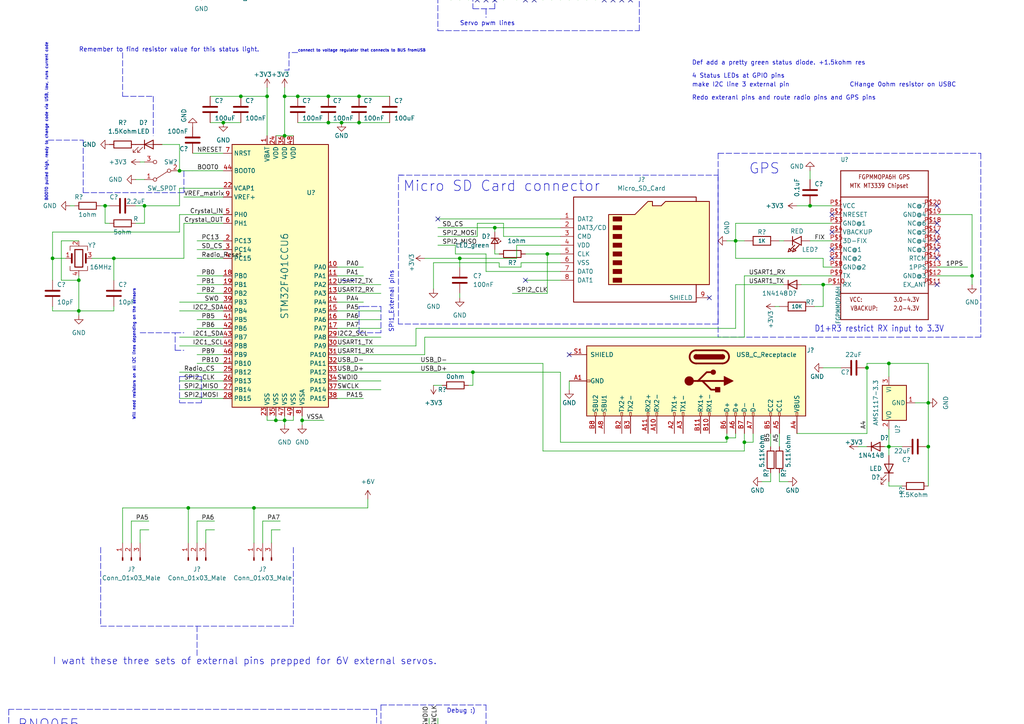
<source format=kicad_sch>
(kicad_sch (version 20211123) (generator eeschema)
  (paper "A4")
  (junction (at 15.24 74.93))
  (junction (at 50.8 228.6))
  (junction (at 41.91 -16.51))
  (junction (at 86.36 27.94))
  (junction (at 269.24 116.84))
  (junction (at 39.37 -45.72))
  (junction (at 85.09 -40.64))
  (junction (at 58.42 -3.81))
  (junction (at 492.76 104.14))
  (junction (at 215.9 128.27))
  (junction (at 405.13 83.82))
  (junction (at 238.76 82.55))
  (junction (at 142.24 236.22))
  (junction (at 421.64 110.49))
  (junction (at 440.69 55.88))
  (junction (at 397.51 45.72))
  (junction (at 87.63 121.92))
  (junction (at 330.2 26.67))
  (junction (at 128.27 264.16))
  (junction (at 142.24 245.11))
  (junction (at 421.64 55.88))
  (junction (at 447.04 104.14))
  (junction (at 30.48 59.69))
  (junction (at 259.08 284.48))
  (junction (at 281.94 80.01))
  (junction (at 447.04 76.2))
  (junction (at 137.16 107.95))
  (junction (at 82.55 121.92))
  (junction (at 251.46 106.68))
  (junction (at 82.55 39.37))
  (junction (at 64.77 35.56))
  (junction (at 472.44 38.1))
  (junction (at 412.75 60.96))
  (junction (at 52.07 49.53))
  (junction (at 207.01 281.94))
  (junction (at 73.66 147.32))
  (junction (at 104.14 27.94))
  (junction (at 250.19 276.86))
  (junction (at 257.81 105.41))
  (junction (at 195.58 265.43))
  (junction (at 22.86 90.17))
  (junction (at 471.17 93.98))
  (junction (at 58.42 -33.02))
  (junction (at 73.66 -40.64))
  (junction (at 443.23 76.2))
  (junction (at 337.82 53.34))
  (junction (at 77.47 27.94))
  (junction (at 405.13 100.33))
  (junction (at 405.13 110.49))
  (junction (at 54.61 147.32))
  (junction (at 33.02 74.93))
  (junction (at 50.8 236.22))
  (junction (at 327.66 72.39))
  (junction (at 397.51 53.34))
  (junction (at 41.91 -45.72))
  (junction (at 133.35 74.93))
  (junction (at 133.35 236.22))
  (junction (at 71.12 243.84))
  (junction (at 69.85 27.94))
  (junction (at 443.23 63.5))
  (junction (at 71.12 256.54))
  (junction (at 312.42 41.91))
  (junction (at 440.69 49.53))
  (junction (at 448.31 38.1))
  (junction (at 248.92 265.43))
  (junction (at 257.81 129.54))
  (junction (at 207.01 265.43))
  (junction (at 85.09 -11.43))
  (junction (at 22.86 81.28))
  (junction (at 158.75 73.66))
  (junction (at 80.01 121.92))
  (junction (at 353.06 72.39))
  (junction (at 73.66 -33.02))
  (junction (at 412.75 68.58))
  (junction (at 95.25 27.94))
  (junction (at 143.51 66.04))
  (junction (at 339.09 80.01))
  (junction (at 447.04 63.5))
  (junction (at 234.95 59.69))
  (junction (at 41.91 59.69))
  (junction (at 414.02 120.65))
  (junction (at 259.08 265.43))
  (junction (at 73.66 -3.81))
  (junction (at 269.24 129.54))
  (junction (at 82.55 27.94))
  (junction (at 210.82 127))
  (junction (at 440.69 45.72))
  (junction (at 86.36 250.19))
  (junction (at 213.36 69.85))
  (junction (at 50.8 276.86))
  (junction (at 397.51 41.91))
  (junction (at 471.17 104.14))
  (junction (at 104.14 35.56))
  (junction (at 471.17 76.2))
  (junction (at 73.66 -11.43))
  (junction (at 196.85 274.32))
  (junction (at 95.25 35.56))
  (junction (at 99.06 35.56))
  (junction (at 128.27 260.35))
  (no_connect (at 358.14 34.29))
  (no_connect (at 241.3 62.23))
  (no_connect (at 271.78 74.93))
  (no_connect (at 271.78 64.77))
  (no_connect (at 154.94 0))
  (no_connect (at 180.34 0))
  (no_connect (at 182.88 0))
  (no_connect (at 175.26 0))
  (no_connect (at 177.8 0))
  (no_connect (at 271.78 67.31))
  (no_connect (at 241.3 74.93))
  (no_connect (at 358.14 60.96))
  (no_connect (at 271.78 82.55))
  (no_connect (at 205.74 86.36))
  (no_connect (at 241.3 72.39))
  (no_connect (at 165.1 102.87))
  (no_connect (at 271.78 72.39))
  (no_connect (at 127 63.5))
  (no_connect (at 138.43 0))
  (no_connect (at 140.97 0))
  (no_connect (at 143.51 0))
  (no_connect (at 271.78 59.69))
  (no_connect (at 271.78 69.85))
  (no_connect (at 152.4 81.28))
  (no_connect (at 241.3 67.31))
  (no_connect (at 152.4 0))
  (no_connect (at 358.14 38.1))
  (wire (pts (xy 472.44 30.48) (xy 472.44 38.1)))
  (wire (pts (xy 95.25 35.56) (xy 99.06 35.56)))
  (wire (pts (xy 257.81 139.7) (xy 257.81 140.97)))
  (wire (pts (xy 195.58 265.43) (xy 195.58 261.62)))
  (wire (pts (xy 104.14 35.56) (xy 113.03 35.56)))
  (polyline (pts (xy 110.49 96.52) (xy 104.14 96.52)))
  (polyline (pts (xy 110.49 88.9) (xy 110.49 96.52)))
  (wire (pts (xy 26.67 264.16) (xy 38.1 264.16)))
  (wire (pts (xy 25.4 -43.18) (xy 25.4 -39.37)))
  (wire (pts (xy 123.19 74.93) (xy 133.35 74.93)))
  (wire (pts (xy 215.9 128.27) (xy 218.44 128.27)))
  (polyline (pts (xy 35.56 15.24) (xy 35.56 27.94)))
  (wire (pts (xy 119.38 260.35) (xy 120.65 260.35)))
  (wire (pts (xy 55.88 274.32) (xy 55.88 276.86)))
  (wire (pts (xy 121.92 271.78) (xy 133.35 271.78)))
  (polyline (pts (xy 24.13 40.64) (xy 24.13 55.88)))
  (polyline (pts (xy 140.97 220.98) (xy 110.49 220.98)))
  (wire (pts (xy 213.36 127) (xy 213.36 125.73)))
  (wire (pts (xy 339.09 80.01) (xy 339.09 83.82)))
  (wire (pts (xy 143.51 73.66) (xy 144.78 73.66)))
  (wire (pts (xy 257.81 140.97) (xy 261.62 140.97)))
  (polyline (pts (xy 161.29 247.65) (xy 109.22 247.65)))
  (wire (pts (xy 57.15 85.09) (xy 64.77 85.09)))
  (wire (pts (xy 236.22 88.9) (xy 238.76 88.9)))
  (wire (pts (xy 266.7 261.62) (xy 267.97 261.62)))
  (wire (pts (xy 256.54 129.54) (xy 257.81 129.54)))
  (wire (pts (xy 232.41 82.55) (xy 238.76 82.55)))
  (wire (pts (xy 231.14 125.73) (xy 251.46 125.73)))
  (polyline (pts (xy 109.22 -21.59) (xy 125.73 -21.59)))
  (wire (pts (xy 248.92 265.43) (xy 248.92 261.62)))
  (wire (pts (xy 463.55 63.5) (xy 471.17 63.5)))
  (wire (pts (xy 506.73 104.14) (xy 511.81 104.14)))
  (wire (pts (xy 234.95 49.53) (xy 234.95 52.07)))
  (polyline (pts (xy 125.73 -21.59) (xy 125.73 -40.64)))
  (wire (pts (xy 64.77 54.61) (xy 52.07 54.61)))
  (wire (pts (xy 82.55 123.19) (xy 82.55 121.92)))
  (wire (pts (xy 312.42 50.8) (xy 312.42 52.07)))
  (wire (pts (xy 82.55 27.94) (xy 86.36 27.94)))
  (wire (pts (xy 20.32 59.69) (xy 21.59 59.69)))
  (wire (pts (xy 137.16 111.76) (xy 137.16 107.95)))
  (wire (pts (xy 238.76 82.55) (xy 241.3 82.55)))
  (polyline (pts (xy 50.8 101.6) (xy 50.8 96.52)))
  (wire (pts (xy 195.58 265.43) (xy 198.12 265.43)))
  (wire (pts (xy 238.76 88.9) (xy 238.76 82.55)))
  (wire (pts (xy 82.55 -11.43) (xy 85.09 -11.43)))
  (wire (pts (xy 39.37 59.69) (xy 41.91 59.69)))
  (wire (pts (xy 152.4 -6.35) (xy 152.4 0)))
  (wire (pts (xy 447.04 86.36) (xy 447.04 76.2)))
  (wire (pts (xy 172.72 -6.35) (xy 172.72 0)))
  (wire (pts (xy 52.07 113.03) (xy 64.77 113.03)))
  (wire (pts (xy 345.44 49.53) (xy 358.14 49.53)))
  (polyline (pts (xy 82.55 20.32) (xy 83.82 20.32)))
  (wire (pts (xy 73.66 -11.43) (xy 73.66 -8.89)))
  (wire (pts (xy 165.1 -6.35) (xy 165.1 0)))
  (wire (pts (xy 471.17 104.14) (xy 471.17 101.6)))
  (wire (pts (xy 269.24 116.84) (xy 269.24 129.54)))
  (wire (pts (xy 15.24 74.93) (xy 15.24 81.28)))
  (wire (pts (xy 215.9 80.01) (xy 215.9 97.79)))
  (polyline (pts (xy 13.97 40.64) (xy 24.13 40.64)))
  (wire (pts (xy 492.76 115.57) (xy 492.76 118.11)))
  (wire (pts (xy 85.09 -11.43) (xy 85.09 -8.89)))
  (polyline (pts (xy 104.14 96.52) (xy 104.14 88.9)))
  (wire (pts (xy 133.35 74.93) (xy 133.35 77.47)))
  (wire (pts (xy 143.51 -6.35) (xy 143.51 0)))
  (wire (pts (xy 52.07 87.63) (xy 64.77 87.63)))
  (wire (pts (xy 226.06 139.7) (xy 228.6 139.7)))
  (wire (pts (xy 73.66 -3.81) (xy 85.09 -3.81)))
  (wire (pts (xy 414.02 120.65) (xy 421.64 120.65)))
  (wire (pts (xy 492.76 104.14) (xy 494.03 104.14)))
  (wire (pts (xy 125.73 76.2) (xy 125.73 83.82)))
  (polyline (pts (xy 176.53 287.02) (xy 175.26 287.02)))
  (polyline (pts (xy 176.53 218.44) (xy 176.53 287.02)))
  (polyline (pts (xy 302.26 -2.54) (xy 302.26 128.27)))
  (polyline (pts (xy 143.51 -1.27) (xy 143.51 2.54)))
  (wire (pts (xy 68.58 243.84) (xy 71.12 243.84)))
  (polyline (pts (xy 109.22 -40.64) (xy 125.73 -40.64)))
  (wire (pts (xy 405.13 83.82) (xy 405.13 85.09)))
  (wire (pts (xy 146.05 68.58) (xy 146.05 64.77)))
  (wire (pts (xy 358.14 26.67) (xy 330.2 26.67)))
  (wire (pts (xy 71.12 -40.64) (xy 73.66 -40.64)))
  (wire (pts (xy 435.61 80.01) (xy 435.61 93.98)))
  (wire (pts (xy 417.83 53.34) (xy 417.83 55.88)))
  (wire (pts (xy 77.47 121.92) (xy 80.01 121.92)))
  (wire (pts (xy 248.92 265.43) (xy 251.46 265.43)))
  (wire (pts (xy 251.46 106.68) (xy 251.46 105.41)))
  (wire (pts (xy 257.81 124.46) (xy 257.81 129.54)))
  (wire (pts (xy 52.07 110.49) (xy 64.77 110.49)))
  (wire (pts (xy 327.66 72.39) (xy 327.66 74.93)))
  (wire (pts (xy 124.46 208.28) (xy 124.46 213.36)))
  (wire (pts (xy 50.8 274.32) (xy 50.8 276.86)))
  (wire (pts (xy 196.85 281.94) (xy 207.01 281.94)))
  (wire (pts (xy 39.37 -16.51) (xy 41.91 -16.51)))
  (wire (pts (xy 257.81 109.22) (xy 257.81 105.41)))
  (wire (pts (xy 223.52 137.16) (xy 223.52 139.7)))
  (wire (pts (xy 220.98 139.7) (xy 223.52 139.7)))
  (wire (pts (xy 25.4 236.22) (xy 25.4 242.57)))
  (wire (pts (xy 77.47 27.94) (xy 77.47 39.37)))
  (wire (pts (xy 77.47 25.4) (xy 77.47 27.94)))
  (wire (pts (xy 238.76 77.47) (xy 238.76 74.93)))
  (wire (pts (xy 22.86 90.17) (xy 33.02 90.17)))
  (wire (pts (xy 194.31 265.43) (xy 195.58 265.43)))
  (wire (pts (xy 440.69 45.72) (xy 440.69 49.53)))
  (wire (pts (xy 207.01 265.43) (xy 213.36 265.43)))
  (polyline (pts (xy 109.22 -40.64) (xy 109.22 -21.59)))
  (wire (pts (xy 128.27 256.54) (xy 128.27 260.35)))
  (wire (pts (xy 57.15 92.71) (xy 64.77 92.71)))
  (wire (pts (xy 162.56 76.2) (xy 151.13 76.2)))
  (wire (pts (xy 259.08 281.94) (xy 259.08 284.48)))
  (wire (pts (xy 393.7 83.82) (xy 405.13 83.82)))
  (wire (pts (xy 157.48 105.41) (xy 157.48 130.81)))
  (wire (pts (xy 393.7 76.2) (xy 443.23 76.2)))
  (wire (pts (xy 77.47 120.65) (xy 77.47 121.92)))
  (wire (pts (xy 55.88 276.86) (xy 50.8 276.86)))
  (wire (pts (xy 491.49 104.14) (xy 492.76 104.14)))
  (wire (pts (xy 210.82 69.85) (xy 213.36 69.85)))
  (wire (pts (xy 123.19 97.79) (xy 123.19 102.87)))
  (wire (pts (xy 41.91 -45.72) (xy 45.72 -45.72)))
  (wire (pts (xy 453.39 33.02) (xy 462.28 33.02)))
  (wire (pts (xy 358.14 68.58) (xy 353.06 68.58)))
  (wire (pts (xy 73.66 147.32) (xy 73.66 157.48)))
  (polyline (pts (xy 105.41 -59.69) (xy 105.41 -1.27)))
  (wire (pts (xy 336.55 53.34) (xy 337.82 53.34)))
  (wire (pts (xy 245.11 276.86) (xy 250.19 276.86)))
  (wire (pts (xy 73.66 -40.64) (xy 74.93 -40.64)))
  (wire (pts (xy 154.94 -6.35) (xy 154.94 0)))
  (wire (pts (xy 35.56 147.32) (xy 35.56 157.48)))
  (wire (pts (xy 26.67 261.62) (xy 38.1 261.62)))
  (wire (pts (xy 39.37 52.07) (xy 41.91 52.07)))
  (wire (pts (xy 24.13 -45.72) (xy 39.37 -45.72)))
  (wire (pts (xy 138.43 64.77) (xy 146.05 64.77)))
  (polyline (pts (xy 52.07 109.22) (xy 58.42 109.22)))
  (wire (pts (xy 397.51 45.72) (xy 397.51 53.34)))
  (wire (pts (xy 58.42 -33.02) (xy 58.42 -31.75)))
  (wire (pts (xy 58.42 -6.35) (xy 58.42 -3.81)))
  (wire (pts (xy 58.42 -3.81) (xy 58.42 -2.54)))
  (wire (pts (xy 327.66 66.04) (xy 327.66 72.39)))
  (wire (pts (xy 447.04 76.2) (xy 443.23 76.2)))
  (wire (pts (xy 15.24 88.9) (xy 15.24 90.17)))
  (polyline (pts (xy 109.22 220.98) (xy 109.22 247.65)))
  (wire (pts (xy 76.2 157.48) (xy 76.2 151.13)))
  (wire (pts (xy 85.09 120.65) (xy 85.09 121.92)))
  (polyline (pts (xy 525.78 -2.54) (xy 525.78 128.27)))
  (wire (pts (xy 152.4 81.28) (xy 162.56 81.28)))
  (wire (pts (xy 441.96 104.14) (xy 447.04 104.14)))
  (wire (pts (xy 448.31 34.29) (xy 448.31 38.1)))
  (wire (pts (xy 393.7 34.29) (xy 448.31 34.29)))
  (wire (pts (xy 215.9 128.27) (xy 215.9 125.73)))
  (wire (pts (xy 25.4 250.19) (xy 25.4 254)))
  (wire (pts (xy 87.63 120.65) (xy 87.63 121.92)))
  (polyline (pts (xy 105.41 88.9) (xy 110.49 88.9)))
  (polyline (pts (xy 137.16 -1.27) (xy 143.51 -1.27)))
  (wire (pts (xy 140.97 78.74) (xy 162.56 78.74)))
  (polyline (pts (xy 306.07 137.16) (xy 306.07 214.63)))
  (wire (pts (xy 133.35 276.86) (xy 130.81 276.86)))
  (wire (pts (xy 337.82 55.88) (xy 337.82 53.34)))
  (wire (pts (xy 397.51 41.91) (xy 397.51 45.72)))
  (wire (pts (xy 405.13 110.49) (xy 398.78 110.49)))
  (wire (pts (xy 133.35 236.22) (xy 142.24 236.22)))
  (wire (pts (xy 151.13 245.11) (xy 152.4 245.11)))
  (wire (pts (xy 312.42 41.91) (xy 358.14 41.91)))
  (polyline (pts (xy 176.53 247.65) (xy 176.53 287.02)))
  (wire (pts (xy 127 66.04) (xy 143.51 66.04)))
  (wire (pts (xy 97.79 77.47) (xy 105.41 77.47)))
  (wire (pts (xy 97.79 90.17) (xy 110.49 90.17)))
  (polyline (pts (xy 58.42 116.84) (xy 52.07 116.84)))
  (wire (pts (xy 146.05 68.58) (xy 162.56 68.58)))
  (wire (pts (xy 213.36 64.77) (xy 241.3 64.77)))
  (wire (pts (xy 133.35 236.22) (xy 133.35 237.49)))
  (wire (pts (xy 429.26 83.82) (xy 429.26 104.14)))
  (wire (pts (xy 447.04 114.3) (xy 447.04 104.14)))
  (wire (pts (xy 99.06 35.56) (xy 104.14 35.56)))
  (wire (pts (xy 405.13 83.82) (xy 429.26 83.82)))
  (polyline (pts (xy 283.21 248.92) (xy 283.21 287.02)))
  (polyline (pts (xy 35.56 27.94) (xy 44.45 27.94)))
  (wire (pts (xy 97.79 82.55) (xy 110.49 82.55)))
  (wire (pts (xy 417.83 55.88) (xy 421.64 55.88)))
  (wire (pts (xy 177.8 -6.35) (xy 177.8 0)))
  (wire (pts (xy 22.86 90.17) (xy 22.86 91.44)))
  (wire (pts (xy 165.1 113.03) (xy 165.1 110.49)))
  (wire (pts (xy 85.09 121.92) (xy 82.55 121.92)))
  (wire (pts (xy 248.92 129.54) (xy 251.46 129.54)))
  (wire (pts (xy 281.94 62.23) (xy 281.94 80.01)))
  (wire (pts (xy 393.7 49.53) (xy 407.67 49.53)))
  (polyline (pts (xy 283.21 287.02) (xy 228.6 287.02)))
  (wire (pts (xy 59.69 153.67) (xy 62.23 153.67)))
  (wire (pts (xy 35.56 147.32) (xy 54.61 147.32)))
  (wire (pts (xy 218.44 128.27) (xy 218.44 125.73)))
  (wire (pts (xy 158.75 73.66) (xy 158.75 85.09)))
  (wire (pts (xy 78.74 157.48) (xy 78.74 153.67)))
  (wire (pts (xy 82.55 243.84) (xy 86.36 243.84)))
  (wire (pts (xy 471.17 76.2) (xy 471.17 80.01)))
  (wire (pts (xy 157.48 130.81) (xy 215.9 130.81)))
  (wire (pts (xy 71.12 -45.72) (xy 85.09 -45.72)))
  (wire (pts (xy 440.69 49.53) (xy 440.69 55.88)))
  (wire (pts (xy 170.18 -6.35) (xy 170.18 0)))
  (wire (pts (xy 421.64 55.88) (xy 427.99 55.88)))
  (wire (pts (xy 129.54 236.22) (xy 133.35 236.22)))
  (wire (pts (xy 140.97 78.74) (xy 140.97 73.66)))
  (wire (pts (xy 405.13 100.33) (xy 421.64 100.33)))
  (wire (pts (xy 414.02 120.65) (xy 414.02 123.19)))
  (wire (pts (xy 76.2 151.13) (xy 81.28 151.13)))
  (wire (pts (xy 60.96 35.56) (xy 64.77 35.56)))
  (polyline (pts (xy 143.51 2.54) (xy 137.16 2.54)))
  (polyline (pts (xy 115.57 50.8) (xy 116.84 50.8)))
  (wire (pts (xy 226.06 139.7) (xy 226.06 137.16)))
  (wire (pts (xy 85.09 -40.64) (xy 92.71 -40.64)))
  (wire (pts (xy 234.95 69.85) (xy 241.3 69.85)))
  (wire (pts (xy 54.61 147.32) (xy 73.66 147.32)))
  (wire (pts (xy 133.35 74.93) (xy 149.86 74.93)))
  (wire (pts (xy 149.86 71.12) (xy 149.86 74.93)))
  (polyline (pts (xy 110.49 204.47) (xy 140.97 204.47)))
  (wire (pts (xy 80.01 120.65) (xy 80.01 121.92)))
  (wire (pts (xy 327.66 83.82) (xy 327.66 82.55)))
  (wire (pts (xy 93.98 264.16) (xy 96.52 264.16)))
  (wire (pts (xy 151.13 76.2) (xy 151.13 77.47)))
  (wire (pts (xy 80.01 269.24) (xy 81.28 269.24)))
  (polyline (pts (xy 109.22 247.65) (xy 109.22 287.02)))
  (wire (pts (xy 393.7 68.58) (xy 396.24 68.58)))
  (wire (pts (xy 52.07 115.57) (xy 64.77 115.57)))
  (wire (pts (xy 337.82 53.34) (xy 358.14 53.34)))
  (wire (pts (xy 175.26 -6.35) (xy 175.26 0)))
  (wire (pts (xy 97.79 115.57) (xy 105.41 115.57)))
  (wire (pts (xy 44.45 -40.64) (xy 44.45 -33.02)))
  (wire (pts (xy 44.45 -11.43) (xy 44.45 -3.81)))
  (wire (pts (xy 130.81 -6.35) (xy 130.81 0)))
  (wire (pts (xy 133.35 86.36) (xy 133.35 85.09)))
  (wire (pts (xy 312.42 41.91) (xy 312.42 43.18)))
  (wire (pts (xy 52.07 90.17) (xy 64.77 90.17)))
  (polyline (pts (xy 99.06 81.28) (xy 102.87 81.28)))
  (wire (pts (xy 207.01 279.4) (xy 207.01 281.94)))
  (wire (pts (xy 142.24 245.11) (xy 143.51 245.11)))
  (wire (pts (xy 57.15 95.25) (xy 64.77 95.25)))
  (wire (pts (xy 152.4 73.66) (xy 158.75 73.66)))
  (polyline (pts (xy 176.53 287.02) (xy 175.26 287.02)))
  (wire (pts (xy 133.35 266.7) (xy 128.27 266.7)))
  (wire (pts (xy 120.65 212.09) (xy 121.92 212.09)))
  (wire (pts (xy 97.79 105.41) (xy 157.48 105.41)))
  (wire (pts (xy 330.2 35.56) (xy 330.2 36.83)))
  (wire (pts (xy 435.61 63.5) (xy 443.23 63.5)))
  (wire (pts (xy 73.66 147.32) (xy 106.68 147.32)))
  (wire (pts (xy 421.64 54.61) (xy 421.64 55.88)))
  (wire (pts (xy 271.78 80.01) (xy 281.94 80.01)))
  (wire (pts (xy 38.1 157.48) (xy 38.1 151.13)))
  (wire (pts (xy 64.77 62.23) (xy 52.07 62.23)))
  (wire (pts (xy 447.04 104.14) (xy 452.12 104.14)))
  (wire (pts (xy 421.64 109.22) (xy 421.64 110.49)))
  (polyline (pts (xy 228.6 218.44) (xy 176.53 218.44)))
  (polyline (pts (xy 140.97 204.47) (xy 140.97 220.98)))
  (wire (pts (xy 52.07 100.33) (xy 64.77 100.33)))
  (wire (pts (xy 215.9 97.79) (xy 123.19 97.79)))
  (wire (pts (xy 143.51 66.04) (xy 162.56 66.04)))
  (polyline (pts (xy 83.82 15.24) (xy 83.82 20.32)))
  (polyline (pts (xy 2.54 287.02) (xy 109.22 287.02)))
  (wire (pts (xy 440.69 55.88) (xy 440.69 57.15)))
  (wire (pts (xy 57.15 157.48) (xy 57.15 151.13)))
  (wire (pts (xy 50.8 224.79) (xy 50.8 228.6)))
  (wire (pts (xy 57.15 74.93) (xy 64.77 74.93)))
  (wire (pts (xy 127 68.58) (xy 138.43 68.58)))
  (wire (pts (xy 41.91 59.69) (xy 41.91 64.77)))
  (wire (pts (xy 38.1 254) (xy 25.4 254)))
  (wire (pts (xy 327.66 72.39) (xy 353.06 72.39)))
  (wire (pts (xy 57.15 80.01) (xy 64.77 80.01)))
  (wire (pts (xy 50.8 236.22) (xy 55.88 236.22)))
  (wire (pts (xy 121.92 274.32) (xy 133.35 274.32)))
  (wire (pts (xy 393.7 64.77) (xy 408.94 64.77)))
  (wire (pts (xy 86.36 27.94) (xy 95.25 27.94)))
  (polyline (pts (xy 306.07 137.16) (xy 457.2 137.16)))
  (wire (pts (xy 435.61 55.88) (xy 440.69 55.88)))
  (wire (pts (xy 45.72 -40.64) (xy 44.45 -40.64)))
  (wire (pts (xy 29.21 59.69) (xy 30.48 59.69)))
  (wire (pts (xy 425.45 38.1) (xy 440.69 38.1)))
  (wire (pts (xy 471.17 114.3) (xy 471.17 104.14)))
  (wire (pts (xy 466.09 38.1) (xy 472.44 38.1)))
  (wire (pts (xy 464.82 104.14) (xy 471.17 104.14)))
  (wire (pts (xy 130.81 276.86) (xy 130.81 279.4)))
  (wire (pts (xy 213.36 82.55) (xy 213.36 95.25)))
  (wire (pts (xy 97.79 92.71) (xy 110.49 92.71)))
  (polyline (pts (xy 85.09 158.75) (xy 85.09 181.61)))
  (wire (pts (xy 57.15 72.39) (xy 64.77 72.39)))
  (wire (pts (xy 393.7 26.67) (xy 402.59 26.67)))
  (wire (pts (xy 345.44 64.77) (xy 358.14 64.77)))
  (wire (pts (xy 57.15 102.87) (xy 64.77 102.87)))
  (wire (pts (xy 353.06 95.25) (xy 353.06 96.52)))
  (wire (pts (xy 447.04 63.5) (xy 450.85 63.5)))
  (wire (pts (xy 339.09 80.01) (xy 358.14 80.01)))
  (wire (pts (xy 238.76 74.93) (xy 213.36 74.93)))
  (wire (pts (xy 448.31 45.72) (xy 448.31 46.99)))
  (wire (pts (xy 231.14 59.69) (xy 234.95 59.69)))
  (wire (pts (xy 93.98 266.7) (xy 97.79 266.7)))
  (wire (pts (xy 74.93 256.54) (xy 71.12 256.54)))
  (polyline (pts (xy 86.36 15.24) (xy 83.82 15.24)))
  (wire (pts (xy 142.24 234.95) (xy 142.24 236.22)))
  (wire (pts (xy 461.01 76.2) (xy 471.17 76.2)))
  (wire (pts (xy 345.44 57.15) (xy 358.14 57.15)))
  (wire (pts (xy 82.55 39.37) (xy 85.09 39.37)))
  (wire (pts (xy 40.64 157.48) (xy 40.64 153.67)))
  (wire (pts (xy 57.15 69.85) (xy 64.77 69.85)))
  (polyline (pts (xy 5.08 -59.69) (xy 105.41 -59.69)))
  (wire (pts (xy 257.81 105.41) (xy 269.24 105.41)))
  (wire (pts (xy 44.45 -3.81) (xy 58.42 -3.81)))
  (wire (pts (xy 142.24 243.84) (xy 142.24 245.11)))
  (wire (pts (xy 330.2 26.67) (xy 330.2 24.13)))
  (wire (pts (xy 127 63.5) (xy 162.56 63.5)))
  (wire (pts (xy 137.16 107.95) (xy 162.56 107.95)))
  (wire (pts (xy 57.15 82.55) (xy 64.77 82.55)))
  (wire (pts (xy 39.37 64.77) (xy 41.91 64.77)))
  (wire (pts (xy 50.8 228.6) (xy 50.8 236.22)))
  (wire (pts (xy 52.07 49.53) (xy 64.77 49.53)))
  (wire (pts (xy 71.12 -16.51) (xy 85.09 -16.51)))
  (wire (pts (xy 227.33 82.55) (xy 213.36 82.55)))
  (wire (pts (xy 68.58 256.54) (xy 71.12 256.54)))
  (polyline (pts (xy 128.27 -19.05) (xy 185.42 -19.05)))
  (wire (pts (xy 53.34 64.77) (xy 53.34 74.93)))
  (wire (pts (xy 38.1 151.13) (xy 43.18 151.13)))
  (polyline (pts (xy 228.6 248.92) (xy 283.21 248.92)))
  (wire (pts (xy 50.8 276.86) (xy 50.8 279.4)))
  (wire (pts (xy 257.81 129.54) (xy 261.62 129.54)))
  (wire (pts (xy 215.9 69.85) (xy 213.36 69.85)))
  (wire (pts (xy 15.24 90.17) (xy 22.86 90.17)))
  (wire (pts (xy 44.45 -33.02) (xy 58.42 -33.02)))
  (wire (pts (xy 162.56 -6.35) (xy 162.56 0)))
  (polyline (pts (xy 208.28 93.98) (xy 115.57 93.98)))
  (wire (pts (xy 393.7 30.48) (xy 472.44 30.48)))
  (polyline (pts (xy 109.22 205.74) (xy 2.54 205.74)))
  (wire (pts (xy 85.09 -45.72) (xy 85.09 -40.64)))
  (wire (pts (xy 241.3 80.01) (xy 215.9 80.01)))
  (wire (pts (xy 129.54 212.09) (xy 130.81 212.09)))
  (wire (pts (xy 128.27 260.35) (xy 128.27 264.16)))
  (wire (pts (xy 57.15 105.41) (xy 64.77 105.41)))
  (wire (pts (xy 41.91 59.69) (xy 52.07 59.69)))
  (wire (pts (xy 429.26 104.14) (xy 434.34 104.14)))
  (wire (pts (xy 330.2 26.67) (xy 330.2 27.94)))
  (wire (pts (xy 450.85 86.36) (xy 447.04 86.36)))
  (wire (pts (xy 251.46 105.41) (xy 257.81 105.41)))
  (wire (pts (xy 33.02 74.93) (xy 33.02 81.28)))
  (wire (pts (xy 104.14 27.94) (xy 113.03 27.94)))
  (wire (pts (xy 471.17 104.14) (xy 478.79 104.14)))
  (wire (pts (xy 71.12 -11.43) (xy 73.66 -11.43)))
  (wire (pts (xy 86.36 256.54) (xy 82.55 256.54)))
  (polyline (pts (xy 40.64 96.52) (xy 50.8 96.52)))
  (wire (pts (xy 162.56 107.95) (xy 162.56 128.27)))
  (wire (pts (xy 73.66 -33.02) (xy 85.09 -33.02)))
  (wire (pts (xy 238.76 77.47) (xy 241.3 77.47)))
  (wire (pts (xy 207.01 269.24) (xy 207.01 265.43)))
  (wire (pts (xy 405.13 120.65) (xy 414.02 120.65)))
  (polyline (pts (xy 228.6 287.02) (xy 228.6 218.44)))
  (polyline (pts (xy 137.16 -1.27) (xy 137.16 2.54)))
  (wire (pts (xy 31.75 64.77) (xy 30.48 64.77)))
  (polyline (pts (xy 104.14 88.9) (xy 105.41 88.9)))
  (wire (pts (xy 55.88 44.45) (xy 64.77 44.45)))
  (polyline (pts (xy 5.08 -59.69) (xy 5.08 -1.27)))
  (wire (pts (xy 68.58 266.7) (xy 86.36 266.7)))
  (wire (pts (xy 58.42 -33.02) (xy 73.66 -33.02)))
  (wire (pts (xy 435.61 72.39) (xy 393.7 72.39)))
  (wire (pts (xy 15.24 269.24) (xy 15.24 274.32)))
  (wire (pts (xy 15.24 74.93) (xy 19.05 74.93)))
  (wire (pts (xy 146.05 -6.35) (xy 146.05 0)))
  (wire (pts (xy 97.79 80.01) (xy 105.41 80.01)))
  (polyline (pts (xy 50.8 101.6) (xy 53.34 101.6)))
  (wire (pts (xy 224.79 88.9) (xy 226.06 88.9)))
  (wire (pts (xy 138.43 64.77) (xy 138.43 68.58)))
  (wire (pts (xy 472.44 45.72) (xy 472.44 46.99)))
  (polyline (pts (xy 29.21 158.75) (xy 29.21 181.61)))
  (wire (pts (xy 138.43 245.11) (xy 142.24 245.11)))
  (wire (pts (xy 339.09 91.44) (xy 339.09 92.71)))
  (wire (pts (xy 421.64 101.6) (xy 421.64 100.33)))
  (polyline (pts (xy 52.07 109.22) (xy 52.07 116.84)))
  (wire (pts (xy 60.96 27.94) (xy 69.85 27.94)))
  (wire (pts (xy 39.37 -45.72) (xy 41.91 -45.72)))
  (polyline (pts (xy 284.48 44.45) (xy 284.48 97.79)))
  (wire (pts (xy 97.79 100.33) (xy 120.65 100.33)))
  (wire (pts (xy 30.48 59.69) (xy 31.75 59.69)))
  (wire (pts (xy 15.24 67.31) (xy 15.24 74.93)))
  (wire (pts (xy 85.09 -40.64) (xy 85.09 -38.1)))
  (wire (pts (xy 412.75 59.69) (xy 412.75 60.96)))
  (wire (pts (xy 327.66 45.72) (xy 358.14 45.72)))
  (wire (pts (xy 22.86 80.01) (xy 22.86 81.28)))
  (wire (pts (xy 269.24 105.41) (xy 269.24 116.84)))
  (wire (pts (xy 55.88 236.22) (xy 55.88 238.76)))
  (wire (pts (xy 269.24 129.54) (xy 269.24 140.97)))
  (wire (pts (xy 265.43 116.84) (xy 269.24 116.84)))
  (wire (pts (xy 26.67 269.24) (xy 38.1 269.24)))
  (wire (pts (xy 462.28 114.3) (xy 471.17 114.3)))
  (polyline (pts (xy 29.21 181.61) (xy 85.09 181.61)))
  (wire (pts (xy 138.43 -6.35) (xy 138.43 0)))
  (wire (pts (xy 213.36 69.85) (xy 213.36 74.93)))
  (wire (pts (xy 199.39 274.32) (xy 196.85 274.32)))
  (wire (pts (xy 447.04 63.5) (xy 443.23 63.5)))
  (wire (pts (xy 132.08 73.66) (xy 132.08 71.12)))
  (wire (pts (xy 133.35 264.16) (xy 128.27 264.16)))
  (wire (pts (xy 403.86 68.58) (xy 412.75 68.58)))
  (wire (pts (xy 30.48 64.77) (xy 30.48 59.69)))
  (wire (pts (xy 447.04 53.34) (xy 447.04 63.5)))
  (polyline (pts (xy 115.57 50.8) (xy 208.28 50.8)))
  (wire (pts (xy 53.34 64.77) (xy 64.77 64.77)))
  (wire (pts (xy 227.33 69.85) (xy 226.06 69.85)))
  (wire (pts (xy 210.82 128.27) (xy 210.82 127)))
  (wire (pts (xy 327.66 53.34) (xy 327.66 55.88)))
  (wire (pts (xy 435.61 63.5) (xy 435.61 72.39)))
  (wire (pts (xy 421.64 110.49) (xy 421.64 113.03)))
  (wire (pts (xy 412.75 68.58) (xy 419.1 68.58)))
  (wire (pts (xy 405.13 110.49) (xy 421.64 110.49)))
  (wire (pts (xy 73.66 -11.43) (xy 74.93 -11.43)))
  (polyline (pts (xy 105.41 -1.27) (xy 5.08 -1.27)))
  (wire (pts (xy 358.14 76.2) (xy 353.06 76.2)))
  (wire (pts (xy 397.51 21.59) (xy 397.51 41.91)))
  (wire (pts (xy 52.07 97.79) (xy 64.77 97.79)))
  (wire (pts (xy 405.13 97.79) (xy 405.13 100.33)))
  (wire (pts (xy 180.34 -6.35) (xy 180.34 0)))
  (wire (pts (xy 160.02 -6.35) (xy 160.02 0)))
  (wire (pts (xy 223.52 129.54) (xy 223.52 125.73)))
  (wire (pts (xy 82.55 -40.64) (xy 85.09 -40.64)))
  (wire (pts (xy 408.94 60.96) (xy 412.75 60.96)))
  (wire (pts (xy 26.67 74.93) (xy 33.02 74.93)))
  (wire (pts (xy 46.99 41.91) (xy 52.07 41.91)))
  (wire (pts (xy 162.56 128.27) (xy 210.82 128.27)))
  (wire (pts (xy 24.13 -43.18) (xy 25.4 -43.18)))
  (wire (pts (xy 140.97 -6.35) (xy 140.97 0)))
  (wire (pts (xy 140.97 73.66) (xy 132.08 73.66)))
  (wire (pts (xy 86.36 250.19) (xy 86.36 256.54)))
  (wire (pts (xy 52.07 54.61) (xy 52.07 59.69)))
  (wire (pts (xy 80.01 39.37) (xy 82.55 39.37)))
  (wire (pts (xy 17.78 266.7) (xy 38.1 266.7)))
  (polyline (pts (xy 115.57 93.98) (xy 115.57 50.8)))
  (wire (pts (xy 393.7 87.63) (xy 396.24 87.63)))
  (wire (pts (xy 397.51 53.34) (xy 417.83 53.34)))
  (wire (pts (xy 271.78 77.47) (xy 280.67 77.47)))
  (wire (pts (xy 158.75 73.66) (xy 162.56 73.66)))
  (wire (pts (xy 210.82 127) (xy 210.82 125.73)))
  (wire (pts (xy 22.86 81.28) (xy 22.86 90.17)))
  (wire (pts (xy 215.9 130.81) (xy 215.9 128.27)))
  (wire (pts (xy 345.44 30.48) (xy 358.14 30.48)))
  (wire (pts (xy 127 208.28) (xy 127 213.36)))
  (polyline (pts (xy 127 8.89) (xy 185.42 8.89)))
  (wire (pts (xy 27.94 243.84) (xy 38.1 243.84)))
  (wire (pts (xy 97.79 107.95) (xy 137.16 107.95)))
  (wire (pts (xy 41.91 -16.51) (xy 45.72 -16.51)))
  (wire (pts (xy 213.36 95.25) (xy 120.65 95.25)))
  (polyline (pts (xy 109.22 287.02) (xy 176.53 287.02)))
  (polyline (pts (xy 127 -19.05) (xy 127 8.89)))
  (wire (pts (xy 148.59 85.09) (xy 158.75 85.09)))
  (wire (pts (xy 393.7 57.15) (xy 398.78 57.15)))
  (wire (pts (xy 22.86 69.85) (xy 17.78 69.85)))
  (wire (pts (xy 120.65 95.25) (xy 120.65 100.33)))
  (polyline (pts (xy 140.97 2.54) (xy 140.97 5.08)))
  (wire (pts (xy 54.61 147.32) (xy 54.61 157.48)))
  (wire (pts (xy 97.79 97.79) (xy 110.49 97.79)))
  (wire (pts (xy 257.81 132.08) (xy 257.81 129.54)))
  (wire (pts (xy 87.63 121.92) (xy 87.63 123.19)))
  (wire (pts (xy 125.73 237.49) (xy 133.35 237.49)))
  (wire (pts (xy 73.66 -40.64) (xy 73.66 -38.1)))
  (wire (pts (xy 135.89 -6.35) (xy 135.89 0)))
  (wire (pts (xy 405.13 107.95) (xy 405.13 110.49)))
  (polyline (pts (xy 525.78 128.27) (xy 302.26 128.27)))
  (wire (pts (xy 78.74 153.67) (xy 81.28 153.67)))
  (wire (pts (xy 143.51 72.39) (xy 143.51 73.66)))
  (wire (pts (xy 97.79 85.09) (xy 110.49 85.09)))
  (wire (pts (xy 58.42 -3.81) (xy 73.66 -3.81)))
  (polyline (pts (xy 44.45 27.94) (xy 44.45 39.37)))
  (wire (pts (xy 151.13 77.47) (xy 144.78 77.47)))
  (wire (pts (xy 353.06 72.39) (xy 358.14 72.39)))
  (wire (pts (xy 398.78 110.49) (xy 398.78 106.68)))
  (wire (pts (xy 33.02 90.17) (xy 33.02 88.9)))
  (wire (pts (xy 125.73 111.76) (xy 128.27 111.76)))
  (polyline (pts (xy 302.26 -2.54) (xy 525.78 -2.54)))
  (wire (pts (xy 469.9 53.34) (xy 469.9 57.15)))
  (wire (pts (xy 95.25 27.94) (xy 104.14 27.94)))
  (wire (pts (xy 462.28 43.18) (xy 462.28 46.99)))
  (wire (pts (xy 251.46 276.86) (xy 250.19 276.86)))
  (wire (pts (xy 250.19 284.48) (xy 259.08 284.48)))
  (wire (pts (xy 53.34 74.93) (xy 33.02 74.93)))
  (polyline (pts (xy 53.34 49.53) (xy 55.88 49.53)))
  (wire (pts (xy 447.04 76.2) (xy 453.39 76.2)))
  (polyline (pts (xy 284.48 97.79) (xy 208.28 97.79)))
  (wire (pts (xy 27.94 248.92) (xy 38.1 248.92)))
  (wire (pts (xy 25.4 236.22) (xy 50.8 236.22)))
  (wire (pts (xy 128.27 266.7) (xy 128.27 264.16)))
  (wire (pts (xy 106.68 144.78) (xy 106.68 147.32)))
  (polyline (pts (xy 109.22 220.98) (xy 161.29 220.98)))
  (wire (pts (xy 71.12 243.84) (xy 74.93 243.84)))
  (wire (pts (xy 393.7 41.91) (xy 397.51 41.91)))
  (wire (pts (xy 353.06 68.58) (xy 353.06 72.39)))
  (polyline (pts (xy 57.15 181.61) (xy 57.15 190.5)))
  (polyline (pts (xy 176.53 287.02) (xy 228.6 287.02)))
  (wire (pts (xy 52.07 107.95) (xy 64.77 107.95)))
  (wire (pts (xy 58.42 -35.56) (xy 58.42 -33.02)))
  (wire (pts (xy 448.31 38.1) (xy 458.47 38.1)))
  (wire (pts (xy 393.7 38.1) (xy 417.83 38.1)))
  (wire (pts (xy 52.07 41.91) (xy 52.07 49.53)))
  (polyline (pts (xy 50.8 96.52) (xy 53.34 96.52)))
  (wire (pts (xy 463.55 86.36) (xy 463.55 88.9)))
  (wire (pts (xy 393.7 60.96) (xy 406.4 60.96)))
  (wire (pts (xy 15.24 67.31) (xy 52.07 67.31)))
  (wire (pts (xy 271.78 62.23) (xy 281.94 62.23)))
  (wire (pts (xy 127 71.12) (xy 132.08 71.12)))
  (wire (pts (xy 281.94 80.01) (xy 281.94 82.55)))
  (wire (pts (xy 205.74 265.43) (xy 207.01 265.43)))
  (wire (pts (xy 415.29 49.53) (xy 440.69 49.53)))
  (wire (pts (xy 259.08 265.43) (xy 266.7 265.43)))
  (wire (pts (xy 41.91 -53.34) (xy 41.91 -50.8)))
  (wire (pts (xy 396.24 87.63) (xy 396.24 91.44)))
  (polyline (pts (xy 208.28 50.8) (xy 208.28 93.98)))
  (wire (pts (xy 40.64 228.6) (xy 43.18 228.6)))
  (wire (pts (xy 71.12 243.84) (xy 71.12 246.38)))
  (polyline (pts (xy 208.28 44.45) (xy 284.48 44.45)))
  (wire (pts (xy 452.12 53.34) (xy 447.04 53.34)))
  (wire (pts (xy 97.79 87.63) (xy 105.41 87.63)))
  (wire (pts (xy 82.55 27.94) (xy 82.55 39.37)))
  (wire (pts (xy 247.65 265.43) (xy 248.92 265.43)))
  (wire (pts (xy 405.13 110.49) (xy 405.13 113.03)))
  (wire (pts (xy 97.79 110.49) (xy 110.49 110.49)))
  (wire (pts (xy 393.7 53.34) (xy 397.51 53.34)))
  (wire (pts (xy 97.79 102.87) (xy 123.19 102.87)))
  (wire (pts (xy 97.79 95.25) (xy 110.49 95.25)))
  (wire (pts (xy 312.42 39.37) (xy 312.42 41.91)))
  (wire (pts (xy 471.17 63.5) (xy 471.17 76.2)))
  (wire (pts (xy 50.8 236.22) (xy 50.8 238.76)))
  (wire (pts (xy 82.55 25.4) (xy 82.55 27.94)))
  (wire (pts (xy 87.63 121.92) (xy 93.98 121.92)))
  (wire (pts (xy 39.37 -45.72) (xy 39.37 -16.51)))
  (wire (pts (xy 68.58 264.16) (xy 86.36 264.16)))
  (wire (pts (xy 182.88 -6.35) (xy 182.88 0)))
  (wire (pts (xy 238.76 106.68) (xy 243.84 106.68)))
  (polyline (pts (xy 176.53 247.65) (xy 109.22 247.65)))
  (wire (pts (xy 68.58 269.24) (xy 72.39 269.24)))
  (wire (pts (xy 59.69 157.48) (xy 59.69 153.67)))
  (wire (pts (xy 167.64 -6.35) (xy 167.64 0)))
  (wire (pts (xy 53.34 57.15) (xy 64.77 57.15)))
  (wire (pts (xy 40.64 153.67) (xy 43.18 153.67)))
  (wire (pts (xy 492.76 104.14) (xy 492.76 107.95)))
  (wire (pts (xy 69.85 27.94) (xy 77.47 27.94)))
  (wire (pts (xy 353.06 76.2) (xy 353.06 90.17)))
  (polyline (pts (xy 109.22 205.74) (xy 109.22 287.02)))
  (wire (pts (xy 397.51 45.72) (xy 427.99 45.72)))
  (wire (pts (xy 393.7 80.01) (xy 435.61 80.01)))
  (wire (pts (xy 97.79 113.03) (xy 110.49 113.03)))
  (wire (pts (xy 71.12 256.54) (xy 71.12 254)))
  (polyline (pts (xy 208.28 44.45) (xy 208.28 97.79)))
  (polyline (pts (xy 53.34 55.88) (xy 53.34 49.53)))
  (wire (pts (xy 191.77 274.32) (xy 196.85 274.32)))
  (wire (pts (xy 162.56 71.12) (xy 149.86 71.12)))
  (wire (pts (xy 471.17 92.71) (xy 471.17 93.98)))
  (wire (pts (xy 234.95 59.69) (xy 241.3 59.69)))
  (polyline (pts (xy 185.42 8.89) (xy 185.42 -19.05)))
  (wire (pts (xy 144.78 77.47) (xy 144.78 76.2)))
  (wire (pts (xy 337.82 60.96) (xy 337.82 64.77)))
  (polyline (pts (xy 2.54 205.74) (xy 2.54 287.02)))
  (polyline (pts (xy 58.42 109.22) (xy 58.42 116.84)))
  (wire (pts (xy 133.35 -6.35) (xy 133.35 0)))
  (wire (pts (xy 64.77 35.56) (xy 69.85 35.56)))
  (wire (pts (xy 259.08 271.78) (xy 259.08 265.43)))
  (wire (pts (xy 41.91 -24.13) (xy 41.91 -21.59)))
  (wire (pts (xy 210.82 127) (xy 213.36 127)))
  (wire (pts (xy 435.61 93.98) (xy 471.17 93.98)))
  (polyline (pts (xy 457.2 214.63) (xy 306.07 214.63)))
  (wire (pts (xy 406.4 57.15) (xy 406.4 60.96)))
  (wire (pts (xy 85.09 -16.51) (xy 85.09 -11.43)))
  (wire (pts (xy 17.78 69.85) (xy 17.78 81.28)))
  (wire (pts (xy 405.13 100.33) (xy 405.13 102.87)))
  (wire (pts (xy 85.09 -11.43) (xy 92.71 -11.43)))
  (wire (pts (xy 435.61 45.72) (xy 440.69 45.72)))
  (polyline (pts (xy 161.29 220.98) (xy 161.29 247.65)))
  (wire (pts (xy 121.92 213.36) (xy 121.92 212.09)))
  (wire (pts (xy 149.86 -6.35) (xy 149.86 0)))
  (wire (pts (xy 157.48 -6.35) (xy 157.48 0)))
  (wire (pts (xy 408.94 64.77) (xy 408.94 60.96)))
  (wire (pts (xy 459.74 53.34) (xy 469.9 53.34)))
  (wire (pts (xy 393.7 45.72) (xy 397.51 45.72)))
  (wire (pts (xy 226.06 129.54) (xy 226.06 125.73)))
  (wire (pts (xy 143.51 66.04) (xy 143.51 67.31)))
  (wire (pts (xy 17.78 81.28) (xy 22.86 81.28)))
  (polyline (pts (xy 457.2 137.16) (xy 457.2 214.63)))
  (wire (pts (xy 45.72 -11.43) (xy 44.45 -11.43)))
  (wire (pts (xy 82.55 120.65) (xy 82.55 121.92)))
  (wire (pts (xy 57.15 151.13) (xy 62.23 151.13)))
  (wire (pts (xy 80.01 121.92) (xy 82.55 121.92)))
  (wire (pts (xy 86.36 243.84) (xy 86.36 250.19)))
  (wire (pts (xy 86.36 250.19) (xy 90.17 250.19)))
  (wire (pts (xy 135.89 111.76) (xy 137.16 111.76)))
  (wire (pts (xy 129.54 213.36) (xy 129.54 212.09)))
  (wire (pts (xy 213.36 64.77) (xy 213.36 69.85)))
  (wire (pts (xy 440.69 38.1) (xy 440.69 45.72)))
  (wire (pts (xy 251.46 106.68) (xy 251.46 125.73)))
  (wire (pts (xy 144.78 76.2) (xy 125.73 76.2)))
  (wire (pts (xy 40.64 46.99) (xy 41.91 46.99)))
  (wire (pts (xy 19.05 269.24) (xy 15.24 269.24)))
  (wire (pts (xy 86.36 35.56) (xy 95.25 35.56)))
  (wire (pts (xy 52.07 62.23) (xy 52.07 67.31)))
  (polyline (pts (xy 110.49 204.47) (xy 110.49 220.98)))
  (wire (pts (xy 454.66 114.3) (xy 447.04 114.3)))
  (polyline (pts (xy 24.13 55.88) (xy 53.34 55.88)))
  (wire (pts (xy 134.62 227.33) (xy 142.24 227.33)))
  (text "Will need resistors on all I2C lines depending on the sensors" (at 39.37 121.92 90) (effects (font (size 0.8 0.8)) (justify left bottom)))
  (text "Please put your name in here using the text function on the right side of your screen.\nIt's the \"T\"" (at 308.61 154.94 0) (effects (font (size 2 2)) (justify left bottom)))
  (text "Igniter Droug" (at 214.63 285.75 0) (effects (font (size 1.27 1.27)) (justify left bottom)))
  (text "Def add a pretty green status diode. +1.5kohm res" (at 200.66 19.05 0) (effects (font (size 1.27 1.27)) (justify left bottom)))
  (text "Debug :)" (at 129.54 207.01 0) (effects (font (size 1.27 1.27)) (justify left bottom)))
  (text "6V\nR1 = 1k\nR2 = 4k" (at 111.76 -22.86 0) (effects (font (size 1.27 1.27)) (justify left bottom)))
  (text "Find proper L and C values" (at 69.85 -20.32 0) (effects (font (size 1.27 1.27) (thickness 0.254) bold italic) (justify left bottom)))
  (text "I2C lines 1" (at 6.35 215.9 0) (effects (font (size 1.27 1.27)) (justify left bottom)))
  (text "Find proper L and C values" (at 69.85 -49.53 0) (effects (font (size 1.27 1.27) (thickness 0.254) bold italic) (justify left bottom)))
  (text "D1+R3 restrict RX input to 3.3V" (at 236.22 96.52 180) (effects (font (size 1.778 1.5113)) (justify left bottom)))
  (text "Baker Wong" (at 312.42 175.26 0) (effects (font (size 1.27 1.27)) (justify left bottom)))
  (text "Servo pwm lines" (at 133.35 7.62 0) (effects (font (size 1.27 1.27)) (justify left bottom)))
  (text "GPS" (at 217.17 50.8 0) (effects (font (size 3 3)) (justify left bottom)))
  (text "BNO055" (at 5.08 212.09 0) (effects (font (size 3 3)) (justify left bottom)))
  (text "Designated Box for check-in :)\n" (at 308.61 147.32 0) (effects (font (size 5 5)) (justify left bottom)))
  (text "3.3V\nR1 = 1k\nR2 = 1.75k" (at 111.76 -31.75 0) (effects (font (size 1.27 1.27)) (justify left bottom)))
  (text "Redo exteranl pins and route radio pins and GPS pins" (at 200.66 29.21 0) (effects (font (size 1.27 1.27)) (justify left bottom)))
  (text "SPI1_External pins" (at 114.3 96.52 90) (effects (font (size 1.27 1.27)) (justify left bottom)))
  (text "BMP180" (at 154.94 254 0) (effects (font (size 3 3)) (justify left bottom)))
  (text "Fergus Xu" (at 309.88 165.1 0) (effects (font (size 1.27 1.27)) (justify left bottom)))
  (text "4 Status LEDs at GPIO pins" (at 200.66 22.86 0) (effects (font (size 1.27 1.27)) (justify left bottom)))
  (text "I want these three sets of external pins prepped for 6V external servos." (at 15.24 193.04 0) (effects (font (size 2 2)) (justify left bottom)))
  (text "Radio" (at 306.07 3.81 0) (effects (font (size 3 3)) (justify left bottom)))
  (text "Route Tags, and route the 3V3" (at 304.8 7.62 0) (effects (font (size 1.27 1.27)) (justify left bottom)))
  (text "GPIO" (at 341.63 29.21 0) (effects (font (size 1.27 1.27)) (justify left bottom)))
  (text "BOOTO pulled high, ready to change code via USB, low, runs current code" (at 13.97 58.42 90) (effects (font (size 0.8 0.8)) (justify left bottom)))
  (text "VBATT" (at 12.7 -25.4 0) (effects (font (size 3 3)) (justify left bottom)))
  (text "connect to voltage regulator that connects to BUS fromUSB " (at 86.36 15.24 0) (effects (font (size 0.8 0.8)) (justify left bottom)))
  (text "Hopefully this works" (at 6.35 309.88 0) (effects (font (size 1.27 1.27)) (justify left bottom)))
  (text "Micro SD Card connector" (at 116.84 55.88 0) (effects (font (size 3 3)) (justify left bottom)))
  (text "CHange 0ohm resistor on USBC" (at 246.38 25.4 0) (effects (font (size 1.27 1.27)) (justify left bottom)))
  (text "make I2C line 3 external pin" (at 200.66 25.4 0) (effects (font (size 1.27 1.27)) (justify left bottom)))
  (text "VREF to VSSA filtering matrix" (at 110.49 224.79 0) (effects (font (size 2 2)) (justify left bottom)))
  (text "Remember to find resistor value for this status light." (at 22.86 15.24 0) (effects (font (size 1.27 1.27)) (justify left bottom)))
  (text "Igniter Main" (at 270.51 285.75 0) (effects (font (size 1.27 1.27)) (justify left bottom)))
  (label "FIX" (at 236.22 69.85 0) (effects (font (size 1.2446 1.2446))))
  (label "PA1" (at 100.33 80.01 0))
  (label "B5" (at 223.52 128.27 90))
  (label "1PPS" (at 274.32 77.47 0) (effects (font (size 1.2446 1.2446))))
  (label "I2C1_SCL" (at 55.88 100.33 0))
  (label "USART1_RX" (at 97.79 102.87 0))
  (label "USART1_RX" (at 217.17 80.01 0))
  (label "VREF_matrix" (at 53.34 57.15 0))
  (label "PA15" (at 146.05 -1.27 90))
  (label "PA4" (at 135.89 -2.54 90))
  (label "USB_D-" (at 97.79 105.41 0))
  (label "SPI2_CLK" (at 346.71 53.34 0))
  (label "PA4" (at 100.33 87.63 0))
  (label "SPI2_CLK" (at 53.34 110.49 0))
  (label "VSSA" (at 135.89 227.33 0))
  (label "PA15" (at 100.33 115.57 0))
  (label "BOOT0" (at 57.15 49.53 0))
  (label "SPI2_MOSI" (at 128.27 68.58 0))
  (label "I2CADDR_3V" (at 26.67 269.24 0))
  (label "SWDIO" (at 124.46 210.82 90))
  (label "PA7" (at 77.47 151.13 0))
  (label "Crystal_OUT" (at 64.77 64.77 180))
  (label "PB5" (at 165.1 -2.54 90))
  (label "SPI2_CLK" (at 149.86 85.09 0))
  (label "SPI2_MISO" (at 346.71 57.15 0))
  (label "VREF_matrix" (at 129.54 236.22 0))
  (label "PB10" (at 58.42 105.41 0))
  (label "SWO" (at 63.5 87.63 180))
  (label "USART2_TX" (at 97.79 82.55 0))
  (label "PA7" (at 143.51 -2.54 90))
  (label "SD_CS" (at 128.27 66.04 0))
  (label "USB_D+" (at 97.79 107.95 0))
  (label "SWCLK" (at 97.79 113.03 0))
  (label "I2C2_SCL" (at 124.46 271.78 0))
  (label "PA6" (at 100.33 92.71 0))
  (label "NRESET" (at 57.15 44.45 0))
  (label "A5" (at 226.06 128.27 90))
  (label "PB6" (at 167.64 -2.54 90))
  (label "PA6" (at 58.42 151.13 0))
  (label "Radio_CS" (at 346.71 64.77 0))
  (label "Radio_Reset" (at 58.42 74.93 0))
  (label "USB_D-" (at 121.92 105.41 0))
  (label "NRESET_3V" (at 27.94 243.84 0))
  (label "SPI2_MISO" (at 128.27 71.12 0))
  (label "PA7" (at 100.33 95.25 0))
  (label "PA5" (at 100.33 90.17 0))
  (label "Radio_CS" (at 53.34 107.95 0))
  (label "I2C1_SCL" (at 29.21 264.16 0))
  (label "PB2" (at 58.42 85.09 0))
  (label "PB5" (at 58.42 92.71 0))
  (label "USART1_TX" (at 97.79 100.33 0))
  (label "PB9" (at 58.42 102.87 0))
  (label "SPI2_MISO" (at 53.34 113.03 0))
  (label "Crystal_IN" (at 64.77 62.23 180))
  (label "USART2_RX" (at 97.79 85.09 0))
  (label "SWDIO" (at 97.79 110.49 0))
  (label "PA0" (at 100.33 77.47 0))
  (label "PA5" (at 138.43 -2.54 90))
  (label "I2C2_SDA" (at 124.46 274.32 0))
  (label "PB2" (at 162.56 -2.54 90))
  (label "USB_D+" (at 121.92 107.95 0))
  (label "USART1_TX" (at 217.17 82.55 0) (effects (font (size 1.2446 1.2446))))
  (label "PS1_3V" (at 69.85 266.7 0))
  (label "A4" (at 251.46 124.46 90))
  (label "Radio_Reset" (at 346.71 30.48 0))
  (label "PC13" (at 149.86 -1.27 90))
  (label "SPI2_MOSI" (at 53.34 115.57 0))
  (label "SPI2_MOSI" (at 346.71 49.53 0))
  (label "SWCLK" (at 127 210.82 90))
  (label "PS0_3V" (at 69.85 264.16 0))
  (label "PA6" (at 140.97 -2.54 90))
  (label "PB1" (at 58.42 82.55 0))
  (label "VSSA" (at 88.9 121.92 0))
  (label "PB10" (at 172.72 -1.27 90))
  (label "I2C2_SCL" (at 97.79 97.79 0))
  (label "I2C1_SDA" (at 55.88 97.79 0))
  (label "PA0" (at 130.81 -2.54 90))
  (label "PB1" (at 160.02 -2.54 90))
  (label "I2C1_SDA" (at 29.21 261.62 0))
  (label "I2C2_SDA" (at 55.88 90.17 0))
  (label "PA1" (at 133.35 -2.54 90))
  (label "PC13" (at 58.42 69.85 0))
  (label "PB0" (at 58.42 80.01 0))
  (label "PB6" (at 58.42 95.25 0))
  (label "PA5" (at 39.37 151.13 0))
  (label "PB9" (at 170.18 -2.54 90))
  (label "INT_3V" (at 31.75 248.92 0))
  (label "SD_CS" (at 58.42 72.39 0))
  (label "PB0" (at 157.48 -2.54 90))
  (global_label "Fire_Droug" (shape input) (at 191.77 274.32 180) (property "Intersheet References" "${INTERSHEET_REFS}" (effects hide)))
  (global_label "Fire_Main" (shape input) (at 245.11 276.86 180) (property "Intersheet References" "${INTERSHEET_REFS}" (effects hide)))
  (global_label "Cont_Droug" (shape input) (at 195.58 233.68 0) (property "Intersheet References" "${INTERSHEET_REFS}" (effects hide)))
  (global_label "Cont_Main" (shape input) (at 195.58 245.11 0) (property "Intersheet References" "${INTERSHEET_REFS}" (effects hide)))
  (global_label "Cont_Main" (shape input) (at 248.92 261.62 90) (property "Intersheet References" "${INTERSHEET_REFS}" (effects hide)))
  (global_label "Fire_Droug" (shape input) (at 195.58 237.49 0) (property "Intersheet References" "${INTERSHEET_REFS}" (effects hide)))
  (global_label "Cont_Droug" (shape input) (at 195.58 261.62 90) (property "Intersheet References" "${INTERSHEET_REFS}" (effects hide)))
  (global_label "Fire_Main" (shape input) (at 195.58 241.3 0) (property "Intersheet References" "${INTERSHEET_REFS}" (effects hide)))
  (symbol (lib_id "Connector:Conn_01x01_Male") (at 271.78 265.43 180) (unit 1)
    (property "Reference" "Male?" (at 271.78 269.24 0))
    (property "Value" "LEAD_MAIN1" (at 271.78 271.78 0))
  )
  (symbol (lib_id "Device:C_Small") (at 85.09 -6.35 0) (unit 1)
    (property "Reference" "C?" (at 87.63 -7.6138 0) (effects (justify left)))
    (property "Value" "???" (at 87.63 -5.0738 0) (effects (justify left)))
  )
  (symbol (lib_id "Connector:Conn_01x01_Male") (at 516.89 104.14 180) (unit 1)
    (property "Reference" "P?" (at 516.89 102.87 0))
    (property "Value" "AntMount" (at 516.89 105.41 0))
    (property "Footprint" "Connector_Coaxial:SMA_Amphenol_132134-11_Vertical" (effects hide))
    (property "Datasheet" "C504007" (effects hide))
    (property "JLCPCB#" "C504007" (effects hide))
  )
  (symbol (lib_id "power:+6V") (at 92.71 -11.43 270) (unit 1)
    (property "Reference" "#PWR?" (effects hide))
    (property "Value" "+6V" (at 96.52 -11.4301 90) (effects (justify left)))
  )
  (symbol (lib_id "Device:LED") (at 257.81 135.89 270) (mirror x) (unit 1)
    (property "Reference" "D?" (at 254 138.43 90))
    (property "Value" "LED" (at 254 135.89 90))
  )
  (symbol (lib_id "power:+3.3V") (at 330.2 24.13 0) (unit 1)
    (property "Reference" "#PWR?" (effects hide))
    (property "Value" "+3.3V" (at 330.2 19.05 0))
  )
  (symbol (lib_id "power:+3.3V") (at 327.66 66.04 0) (unit 1)
    (property "Reference" "#PWR?" (effects hide))
    (property "Value" "+3.3V" (at 327.66 60.96 0))
  )
  (symbol (lib_id "power:GND") (at 492.76 118.11 0) (unit 1)
    (property "Reference" "#PWR?" (effects hide))
    (property "Value" "GND" (effects hide))
  )
  (symbol (lib_id "Device:C") (at 147.32 245.11 270) (unit 1)
    (property "Reference" "C?" (at 149.86 243.84 90))
    (property "Value" "1uF" (at 149.86 246.38 90))
  )
  (symbol (lib_id "power:GND") (at 463.55 88.9 0) (unit 1)
    (property "Reference" "#PWR?" (effects hide))
    (property "Value" "GND" (effects hide))
  )
  (symbol (lib_id "Connector:USB_C_Receptacle") (at 205.74 110.49 270) (unit 1)
    (property "Reference" "J?" (at 236.22 101.6 90) (effects (justify right)))
    (property "Value" "USB_C_Receptacle" (at 231.14 102.87 90) (effects (justify right)))
    (property "Datasheet" "https://www.usb.org/sites/default/files/documents/usb_type-c.zip" (effects hide))
  )
  (symbol (lib_name "GND_1") (lib_id "power:GND") (at 240.03 265.43 0) (unit 1)
    (property "Reference" "#PWR?" (effects hide))
    (property "Value" "GND" (at 238.76 269.24 0))
  )
  (symbol (lib_id "power:GND") (at 238.76 106.68 270) (mirror x) (unit 1)
    (property "Reference" "#PWR?" (effects hide))
    (property "Value" "GND" (at 234.95 109.22 90) (effects (justify left)))
  )
  (symbol (lib_id "Connector:Conn_01x07_Male") (at 138.43 -11.43 270) (unit 1)
    (property "Reference" "J?" (at 138.43 -16.51 90))
    (property "Value" "Conn_01x07_Male" (at 138.43 -13.97 90))
  )
  (symbol (lib_id "power:GND") (at 41.91 -24.13 180) (unit 1)
    (property "Reference" "#PWR?" (effects hide))
    (property "Value" "GND" (at 40.64 -27.94 0) (effects (justify right)))
  )
  (symbol (lib_id "Connector:Conn_01x01_Male") (at 218.44 265.43 180) (unit 1)
    (property "Reference" "Male?" (at 218.44 267.97 0))
    (property "Value" "LEAD_DROUG1" (at 218.44 270.51 0))
  )
  (symbol (lib_id "Device:R") (at 255.27 265.43 90) (unit 1)
    (property "Reference" "VDiv2_?" (at 255.27 259.08 90))
    (property "Value" "?Ohms" (at 255.27 261.62 90))
  )
  (symbol (lib_id "Device:C") (at 133.35 81.28 0) (unit 1)
    (property "Reference" "C?" (at 137.16 80.0099 0) (effects (justify left)))
    (property "Value" "100nF" (at 137.16 82.5499 0) (effects (justify left)))
  )
  (symbol (lib_id "power:GND") (at 125.73 83.82 0) (unit 1)
    (property "Reference" "#PWR?" (effects hide))
    (property "Value" "GND" (at 125.73 88.9 0))
  )
  (symbol (lib_name "GND_1") (lib_id "power:GND") (at 186.69 265.43 0) (unit 1)
    (property "Reference" "#PWR?" (effects hide))
    (property "Value" "GND" (at 184.15 269.24 0))
  )
  (symbol (lib_id "Connector:Conn_01x03_Male") (at 76.2 162.56 90) (unit 1)
    (property "Reference" "J?" (at 76.2 165.1 90))
    (property "Value" "Conn_01x03_Male" (at 76.2 167.64 90))
  )
  (symbol (lib_id "power:+3V3") (at 231.14 59.69 90) (unit 1)
    (property "Reference" "#PWR?" (effects hide))
    (property "Value" "+3V3" (at 227.33 59.6899 90) (effects (justify left)))
  )
  (symbol (lib_name "FQP27P06_1") (lib_id "Transistor_FET:FQP27P06") (at 204.47 274.32 0) (unit 1)
    (property "Reference" "Q?" (at 210.82 273.0499 0) (effects (justify left)))
    (property "Value" "FQP30N06L" (at 210.82 275.5899 0) (effects (justify left)))
    (property "Footprint" "Package_TO_SOT_THT:TO-220-3_Vertical" (effects hide))
    (property "Datasheet" "https://www.onsemi.com/pub/Collateral/FQP27P06-D.PDF" (effects hide))
  )
  (symbol (lib_id "power:+3.3V") (at 412.75 59.69 0) (unit 1)
    (property "Reference" "#PWR?" (effects hide))
    (property "Value" "+3.3V" (at 416.56 58.42 0))
  )
  (symbol (lib_id "Device:C") (at 431.8 55.88 270) (unit 1)
    (property "Reference" "C?" (at 427.99 54.61 90))
    (property "Value" "47nF" (at 435.61 54.61 90))
    (property "Footprint" "Capacitor_SMD:C_0402_1005Metric" (effects hide))
    (property "Datasheet" "https://datasheet.lcsc.com/lcsc/2004071033_TDK-CGA2B2X7R1C473KT0Y0F_C508865.pdf" (effects hide))
    (property "JLCPCB#" "C508865" (effects hide))
  )
  (symbol (lib_id "power:GND") (at 133.35 86.36 0) (unit 1)
    (property "Reference" "#PWR?" (effects hide))
    (property "Value" "GND" (at 133.35 91.44 0))
  )
  (symbol (lib_id "Connector:Conn_01x02_Male") (at 19.05 -45.72 0) (unit 1)
    (property "Reference" "J?" (at 19.685 -50.8 0))
    (property "Value" ">5V input/ Servo Power" (at 19.685 -48.26 0))
  )
  (symbol (lib_id "Device:C") (at 458.47 114.3 270) (unit 1)
    (property "Reference" "C?" (at 454.66 113.03 90))
    (property "Value" "2.2pF" (at 462.28 113.03 90))
    (property "Footprint" "Capacitor_SMD:C_0402_1005Metric" (effects hide))
    (property "Datasheet" "https://datasheet.lcsc.com/lcsc/1811081723_Murata-Electronics-GJM1555C1H2R2BB01D_C88886.pdf" (effects hide))
    (property "JLCPCB#" "C159806" (effects hide))
  )
  (symbol (lib_id "MCU_ST_STM32F4:STM32F401CCUx") (at 82.55 80.01 0) (unit 1)
    (property "Reference" "U?" (at 88.9 55.88 0) (effects (justify left)))
    (property "Value" "STM32F401CCU6" (at 82.55 92.71 90) (effects (font (size 2 2)) (justify left)))
    (property "Footprint" "Package_DFN_QFN:QFN-48-1EP_7x7mm_P0.5mm_EP5.6x5.6mm" (effects hide))
    (property "Datasheet" "http://www.st.com/st-web-ui/static/active/en/resource/technical/document/datasheet/DM00086815.pdf" (effects hide))
  )
  (symbol (lib_id "power:GND") (at 228.6 139.7 90) (unit 1)
    (property "Reference" "#PWR?" (effects hide))
    (property "Value" "GND" (at 229.87 142.24 90))
  )
  (symbol (lib_id "Device:R") (at 90.17 264.16 270) (unit 1)
    (property "Reference" "R?" (at 93.98 262.89 90))
    (property "Value" "10Kohm" (at 88.9 261.62 90))
  )
  (symbol (lib_id "power:GND") (at 453.39 33.02 0) (unit 1)
    (property "Reference" "#PWR?" (effects hide))
    (property "Value" "GND" (effects hide))
  )
  (symbol (lib_id "power:+3V3") (at 125.73 111.76 180) (unit 1)
    (property "Reference" "#PWR?" (effects hide))
    (property "Value" "+3V3" (at 125.73 116.84 0))
  )
  (symbol (lib_id "Device:R") (at 250.19 280.67 0) (unit 1)
    (property "Reference" "R?" (at 252.73 279.3999 0) (effects (justify left)))
    (property "Value" "10k" (at 252.73 281.9399 0) (effects (justify left)))
  )
  (symbol (lib_id "Device:LED") (at 43.18 41.91 0) (unit 1)
    (property "Reference" "D?" (at 41.5925 35.56 0))
    (property "Value" "LED" (at 41.5925 38.1 0))
  )
  (symbol (lib_id "power:+3.3V") (at 421.64 54.61 0) (unit 1)
    (property "Reference" "#PWR?" (effects hide))
    (property "Value" "+3.3V" (at 422.91 50.8 0))
  )
  (symbol (lib_id "Device:C") (at 400.05 68.58 270) (unit 1)
    (property "Reference" "C?" (at 396.24 67.31 90))
    (property "Value" "10nF" (at 403.86 67.31 90))
    (property "Footprint" "Capacitor_SMD:C_0402_1005Metric" (effects hide))
    (property "Datasheet" "https://datasheet.lcsc.com/lcsc/1808291033_Johanson-Dielectrics-250R07W103KV4T_C167438.pdf" (effects hide))
    (property "JLCPCB#" "C15195" (effects hide))
  )
  (symbol (lib_id "power:+3V3") (at 120.65 212.09 90) (unit 1)
    (property "Reference" "#PWR?" (effects hide))
    (property "Value" "+3V3" (at 116.84 212.0899 90) (effects (justify left)))
  )
  (symbol (lib_id "power:GND") (at 130.81 212.09 90) (unit 1)
    (property "Reference" "#PWR?" (effects hide))
    (property "Value" "GND" (at 134.62 212.0899 90) (effects (justify right)))
  )
  (symbol (lib_id "Device:R") (at 25.4 59.69 270) (unit 1)
    (property "Reference" "R?" (at 22.86 57.15 90))
    (property "Value" "1ohm" (at 25.4 62.23 90))
  )
  (symbol (lib_id "power:GND") (at 96.52 264.16 90) (unit 1)
    (property "Reference" "#PWR?" (effects hide))
    (property "Value" "GND" (at 100.33 264.1599 90) (effects (justify right)))
  )
  (symbol (lib_id "power:GND") (at 259.08 284.48 0) (unit 1)
    (property "Reference" "#PWR?" (effects hide))
    (property "Value" "GND" (at 262.89 285.75 0))
  )
  (symbol (lib_name "FQP27P06_1") (lib_id "Transistor_FET:FQP27P06") (at 256.54 276.86 0) (unit 1)
    (property "Reference" "Q?" (at 262.89 275.5899 0) (effects (justify left)))
    (property "Value" "FQP30N06L" (at 262.89 278.1299 0) (effects (justify left)))
    (property "Footprint" "Package_TO_SOT_THT:TO-220-3_Vertical" (effects hide))
    (property "Datasheet" "https://www.onsemi.com/pub/Collateral/FQP27P06-D.PDF" (effects hide))
  )
  (symbol (lib_id "Device:C") (at 124.46 260.35 270) (unit 1)
    (property "Reference" "C?" (at 121.92 259.08 90))
    (property "Value" "0.1uF" (at 124.46 255.27 90))
  )
  (symbol (lib_id "Device:C") (at 35.56 59.69 90) (unit 1)
    (property "Reference" "C?" (at 33.02 57.15 90))
    (property "Value" "2.2uF" (at 39.37 58.42 90))
  )
  (symbol (lib_id "Device:C") (at 312.42 46.99 0) (unit 1)
    (property "Reference" "C?" (at 313.69 44.45 0) (effects (justify left)))
    (property "Value" "47nF" (at 313.69 49.53 0) (effects (justify left)))
    (property "Footprint" "Capacitor_SMD:C_0402_1005Metric" (effects hide))
    (property "Datasheet" "https://datasheet.lcsc.com/lcsc/2004071033_TDK-CGA2B2X7R1C473KT0Y0F_C508865.pdf" (effects hide))
    (property "JLCPCB#" "C508865" (effects hide))
  )
  (symbol (lib_id "Adafruit Ultimate GPS-eagle-import:LED0805") (at 229.87 69.85 180) (unit 1)
    (property "Reference" "LED?" (at 234.95 72.39 0))
    (property "Value" "RED" (at 231.14 67.056 0))
    (property "Footprint" "Adafruit Ultimate GPS:CHIPLED_0805" (effects hide))
  )
  (symbol (lib_id "Device:C") (at 60.96 31.75 0) (unit 1)
    (property "Reference" "C?" (at 62.23 29.21 0) (effects (justify left)))
    (property "Value" "100uF" (at 62.23 34.29 0) (effects (justify left)))
  )
  (symbol (lib_id "Connector:Micro_SD_Card") (at 185.42 71.12 0) (unit 1)
    (property "Reference" "J?" (at 186.055 52.07 0))
    (property "Value" "Micro_SD_Card" (at 186.055 54.61 0))
    (property "Datasheet" "http://katalog.we-online.de/em/datasheet/693072010801.pdf" (effects hide))
  )
  (symbol (lib_id "power:GND") (at 269.24 116.84 90) (mirror x) (unit 1)
    (property "Reference" "#PWR?" (effects hide))
    (property "Value" "GND" (at 274.32 116.84 0))
  )
  (symbol (lib_id "Connector:Conn_01x01_Male") (at 214.63 240.03 0) (unit 1)
    (property "Reference" "Male?" (at 215.9 236.22 0))
    (property "Value" "Fire_Droug" (effects hide))
  )
  (symbol (lib_id "power:GND") (at 39.37 52.07 270) (unit 1)
    (property "Reference" "#PWR?" (effects hide))
    (property "Value" "GND" (at 35.56 52.0699 90) (effects (justify right)))
  )
  (symbol (lib_id "power:GND") (at 25.4 -39.37 0) (unit 1)
    (property "Reference" "#PWR?" (effects hide))
    (property "Value" "GND" (at 25.4 -34.29 0))
  )
  (symbol (lib_id "power:+3V3") (at 128.27 256.54 0) (unit 1)
    (property "Reference" "#PWR?" (effects hide))
    (property "Value" "+3V3" (at 128.27 251.46 0))
  )
  (symbol (lib_name "Conn_01x01_Male_3") (lib_id "Connector:Conn_01x01_Male") (at 190.5 237.49 0) (unit 1)
    (property "Reference" "RPI_IN?" (effects hide))
    (property "Value" "Fire_Main" (at 184.15 237.49 0))
  )
  (symbol (lib_id "power:+3V3") (at 224.79 88.9 90) (unit 1)
    (property "Reference" "#PWR?" (effects hide))
    (property "Value" "+3V3" (at 223.52 92.71 0))
  )
  (symbol (lib_id "power:GND") (at 40.64 228.6 270) (unit 1)
    (property "Reference" "#PWR?" (effects hide))
    (property "Value" "GND" (at 36.83 228.5999 90) (effects (justify right)))
  )
  (symbol (lib_id "power:GND") (at 64.77 35.56 0) (unit 1)
    (property "Reference" "#PWR?" (effects hide))
    (property "Value" "GND" (at 64.77 40.64 0))
  )
  (symbol (lib_id "Device:Crystal_GND24") (at 462.28 38.1 0) (unit 1)
    (property "Reference" "X?" (at 466.09 33.02 0))
    (property "Value" "40MHz" (at 468.63 35.56 0))
    (property "Footprint" "Oscillator:Oscillator_SMD_Abracon_ASE-4Pin_3.2x2.5mm" (effects hide))
    (property "Datasheet" "https://abracon.com/Resonators/ABM8W.pdf" (effects hide))
    (property "JLCPCB#" "C9010" (effects hide))
  )
  (symbol (lib_name "Conn_01x01_Male_1") (lib_id "Connector:Conn_01x01_Male") (at 218.44 261.62 180) (unit 1)
    (property "Reference" "Male?" (effects hide))
    (property "Value" "Male" (effects hide))
  )
  (symbol (lib_id "power:GND") (at 81.28 269.24 90) (unit 1)
    (property "Reference" "#PWR?" (effects hide))
    (property "Value" "GND" (at 81.28 271.78 90) (effects (justify right)))
  )
  (symbol (lib_id "power:VCC") (at 219.71 243.84 270) (unit 1)
    (property "Reference" "#PWR?" (effects hide))
    (property "Value" "VCC" (at 223.52 243.8399 90) (effects (justify left)))
  )
  (symbol (lib_id "power:GND") (at 97.79 266.7 90) (unit 1)
    (property "Reference" "#PWR?" (effects hide))
    (property "Value" "GND" (at 101.6 266.6999 90) (effects (justify right)))
  )
  (symbol (lib_id "Device:Crystal") (at 71.12 250.19 270) (unit 1)
    (property "Reference" "Y?" (at 74.93 248.9199 90) (effects (justify left)))
    (property "Value" "32.768kHz" (at 74.93 251.4599 90) (effects (justify left)))
  )
  (symbol (lib_id "power:+3V3") (at 82.55 25.4 0) (unit 1)
    (property "Reference" "#PWR?" (effects hide))
    (property "Value" "+3V3" (at 81.28 21.59 0))
  )
  (symbol (lib_id "power:VCC") (at 267.97 261.62 90) (unit 1)
    (property "Reference" "#PWR?" (effects hide))
    (property "Value" "VCC" (at 264.16 261.62 90) (effects (justify left)))
  )
  (symbol (lib_id "Device:L") (at 78.74 -11.43 90) (unit 1)
    (property "Reference" "L?" (at 76.2 -13.97 90))
    (property "Value" "???" (at 78.74 -10.16 90))
  )
  (symbol (lib_id "Adafruit Ultimate GPS-eagle-import:GPS_FGPMMOPA6H") (at 256.54 69.85 0) (unit 1)
    (property "Reference" "U?" (at 243.84 46.99 0) (effects (font (size 1.27 1.0795)) (justify left bottom)))
    (property "Value" "FGPMMOPA6H" (at 243.84 93.98 90) (effects (font (size 1.27 1.0795)) (justify left bottom)))
    (property "Footprint" "Adafruit Ultimate GPS:FGPMMOPA6H" (effects hide))
  )
  (symbol (lib_id "Device:R") (at 265.43 140.97 90) (mirror x) (unit 1)
    (property "Reference" "R?" (at 261.62 140.97 0) (effects (justify left)))
    (property "Value" "1.5Kohm" (at 269.24 143.51 90) (effects (justify left)))
  )
  (symbol (lib_id "power:GND") (at 17.78 266.7 270) (unit 1)
    (property "Reference" "#PWR?" (effects hide))
    (property "Value" "GND" (at 20.32 265.43 90) (effects (justify right)))
  )
  (symbol (lib_id "power:+3.3V") (at 398.78 106.68 0) (unit 1)
    (property "Reference" "#PWR?" (effects hide))
    (property "Value" "+3.3V" (at 398.78 101.6 0))
  )
  (symbol (lib_id "Device:C") (at 78.74 256.54 270) (unit 1)
    (property "Reference" "C?" (at 81.28 259.08 90))
    (property "Value" "22pF" (at 74.93 257.81 90))
  )
  (symbol (lib_id "power:+3V3") (at 92.71 -40.64 270) (unit 1)
    (property "Reference" "#PWR?" (effects hide))
    (property "Value" "+3V3" (at 96.52 -40.6401 90) (effects (justify left)))
  )
  (symbol (lib_id "Device:R") (at 223.52 133.35 180) (unit 1)
    (property "Reference" "R?" (at 222.25 137.16 90))
    (property "Value" "5.11Kohm" (at 220.98 130.81 90))
  )
  (symbol (lib_id "power:GND") (at 312.42 52.07 0) (unit 1)
    (property "Reference" "#PWR?" (effects hide))
    (property "Value" "GND" (effects hide))
  )
  (symbol (lib_id "power:GND") (at 440.69 57.15 0) (unit 1)
    (property "Reference" "#PWR?" (effects hide))
    (property "Value" "GND" (effects hide))
  )
  (symbol (lib_id "Device:D_Schottky_Small") (at 73.66 -6.35 270) (unit 1)
    (property "Reference" "D?" (at 74.93 -6.35 90) (effects (justify left)))
    (property "Value" "D_Schottky_Small" (at 71.12 -10.16 0) (effects (font (size 0.8 0.8)) (justify left)))
  )
  (symbol (lib_id "power:GND") (at 87.63 123.19 0) (unit 1)
    (property "Reference" "#PWR?" (effects hide))
    (property "Value" "GND" (at 87.63 128.27 0))
  )
  (symbol (lib_id "power:GND") (at 58.42 -31.75 0) (unit 1)
    (property "Reference" "#PWR?" (effects hide))
    (property "Value" "GND" (at 54.61 -30.48 0))
  )
  (symbol (lib_id "Device:C") (at 327.66 78.74 0) (unit 1)
    (property "Reference" "C?" (at 328.93 76.2 0) (effects (justify left)))
    (property "Value" "47nF" (at 328.93 81.28 0) (effects (justify left)))
    (property "Footprint" "Capacitor_SMD:C_0402_1005Metric" (effects hide))
    (property "Datasheet" "https://datasheet.lcsc.com/lcsc/2004071033_TDK-CGA2B2X7R1C473KT0Y0F_C508865.pdf" (effects hide))
    (property "JLCPCB#" "C508865" (effects hide))
  )
  (symbol (lib_id "power:+3V3") (at 248.92 129.54 90) (unit 1)
    (property "Reference" "#PWR?" (effects hide))
    (property "Value" "+3V3" (at 247.65 128.27 90))
  )
  (symbol (lib_id "Connector:Conn_01x01_Male") (at 190.5 229.87 0) (unit 1)
    (property "Reference" "Male?" (at 190.5 226.06 0))
    (property "Value" "Fire_Droug" (at 184.15 229.87 0))
  )
  (symbol (lib_id "power:GND") (at 220.98 139.7 270) (unit 1)
    (property "Reference" "#PWR?" (effects hide))
    (property "Value" "GND" (at 219.71 142.24 90))
  )
  (symbol (lib_id "power:GND") (at 327.66 83.82 0) (unit 1)
    (property "Reference" "#PWR?" (effects hide))
    (property "Value" "GND" (effects hide))
  )
  (symbol (lib_id "power:GND") (at 207.01 281.94 0) (unit 1)
    (property "Reference" "#PWR?" (effects hide))
    (property "Value" "GND" (at 210.82 284.48 0))
  )
  (symbol (lib_id "pspice:INDUCTOR") (at 443.23 69.85 90) (unit 1)
    (property "Reference" "L?" (at 443.23 68.58 90) (effects (justify right)))
    (property "Value" "56nH" (at 443.23 71.12 90) (effects (justify right)))
    (property "Footprint" "Capacitor_SMD:C_0402_1005Metric" (effects hide))
    (property "Datasheet" "https://datasheet.lcsc.com/lcsc/1811081511_Murata-Electronics-LQG15HS56NJ02D_C162544.pdf" (effects hide))
    (property "JLCPCB#" "C76777" (effects hide))
  )
  (symbol (lib_id "Device:R") (at 226.06 133.35 180) (unit 1)
    (property "Reference" "R?" (at 227.33 137.16 90))
    (property "Value" "5.11Kohm" (at 228.6 130.81 90))
  )
  (symbol (lib_id "Device:R") (at 243.84 265.43 90) (unit 1)
    (property "Reference" "VDiv2_?" (at 243.84 259.08 90))
    (property "Value" "?Ohms" (at 243.84 261.62 90))
  )
  (symbol (lib_id "power:GND") (at 330.2 36.83 0) (unit 1)
    (property "Reference" "#PWR?" (effects hide))
    (property "Value" "GND" (effects hide))
  )
  (symbol (lib_id "Device:Crystal_GND24") (at 22.86 74.93 0) (unit 1)
    (property "Reference" "Y?" (at 26.67 71.12 0))
    (property "Value" "16MHz" (at 29.21 77.47 0))
  )
  (symbol (lib_id "Device:R") (at 35.56 64.77 270) (unit 1)
    (property "Reference" "5ohm" (at 35.56 67.31 90))
    (property "Value" "R" (at 39.37 63.5 90))
  )
  (symbol (lib_id "power:+6V") (at 106.68 144.78 0) (unit 1)
    (property "Reference" "#PWR?" (effects hide))
    (property "Value" "+6V" (at 106.68 139.7 0))
  )
  (symbol (lib_id "Device:C") (at 492.76 111.76 0) (unit 1)
    (property "Reference" "C?" (at 494.03 109.22 0) (effects (justify left)))
    (property "Value" "6.2pF" (at 494.03 114.3 0) (effects (justify left)))
    (property "Footprint" "Capacitor_SMD:C_0402_1005Metric" (effects hide))
    (property "Datasheet" "https://datasheet.lcsc.com/lcsc/1912111437_Murata-Electronics-GJM1555C1H6R2CB01D_C415542.pdf" (effects hide))
    (property "JLCPCB#" "C325456" (effects hide))
  )
  (symbol (lib_id "power:GND") (at 396.24 91.44 0) (unit 1)
    (property "Reference" "#PWR?" (effects hide))
    (property "Value" "GND" (effects hide))
  )
  (symbol (lib_name "Conn_01x01_Male_2") (lib_id "Connector:Conn_01x01_Male") (at 190.5 233.68 0) (unit 1)
    (property "Reference" "RPI_IN?" (at 190.5 223.52 0))
    (property "Value" "Cont_Droug" (at 184.15 233.68 0))
  )
  (symbol (lib_id "pspice:INDUCTOR") (at 500.38 104.14 0) (unit 1)
    (property "Reference" "L?" (at 496.57 101.6 0))
    (property "Value" "22nH" (at 502.92 101.6 0))
    (property "Footprint" "Capacitor_SMD:C_0402_1005Metric" (effects hide))
    (property "Datasheet" "https://datasheet.lcsc.com/lcsc/1811081613_Murata-Electronics-LQG15HS22NJ02D_C12670.pdf" (effects hide))
    (property "JLCPCB#" "C12670" (effects hide))
  )
  (symbol (lib_id "Device:C") (at 455.93 53.34 270) (unit 1)
    (property "Reference" "C?" (at 452.12 52.07 90))
    (property "Value" "5.1pF" (at 459.74 52.07 90))
    (property "Footprint" "Capacitor_SMD:C_0402_1005Metric" (effects hide))
    (property "Datasheet" "https://datasheet.lcsc.com/lcsc/1810241229_YAGEO-CC0402CRNPO9BN5R1_C281761.pdf" (effects hide))
    (property "JLCPCB#" "C281761" (effects hide))
  )
  (symbol (lib_id "Device:L") (at 78.74 -40.64 90) (unit 1)
    (property "Reference" "L?" (at 76.2 -43.18 90))
    (property "Value" "???" (at 78.74 -39.37 90))
  )
  (symbol (lib_id "power:GND") (at 195.58 229.87 90) (unit 1)
    (property "Reference" "#PWR?" (effects hide))
    (property "Value" "GND" (at 200.66 229.87 90))
  )
  (symbol (lib_id "Device:R") (at 90.17 266.7 270) (unit 1)
    (property "Reference" "R?" (at 93.98 267.97 90))
    (property "Value" "10Kohm" (at 88.9 269.24 90))
  )
  (symbol (lib_id "power:GND") (at 41.91 -53.34 180) (unit 1)
    (property "Reference" "#PWR?" (effects hide))
    (property "Value" "GND" (at 40.64 -57.15 0) (effects (justify right)))
  )
  (symbol (lib_id "Device:C") (at 265.43 129.54 90) (mirror x) (unit 1)
    (property "Reference" "C?" (at 264.16 133.35 90) (effects (justify left)))
    (property "Value" "22uF" (at 264.16 130.81 90) (effects (justify left)))
  )
  (symbol (lib_id "power:GND") (at 339.09 92.71 0) (unit 1)
    (property "Reference" "#PWR?" (effects hide))
    (property "Value" "GND" (effects hide))
  )
  (symbol (lib_id "Device:C") (at 247.65 106.68 270) (mirror x) (unit 1)
    (property "Reference" "C?" (at 243.84 107.95 90) (effects (justify left)))
    (property "Value" "22uF" (at 245.11 102.87 90) (effects (justify left)))
  )
  (symbol (lib_id "Device:C") (at 472.44 41.91 0) (unit 1)
    (property "Reference" "C?" (at 473.71 39.37 0) (effects (justify left)))
    (property "Value" "10pF" (at 473.71 44.45 0) (effects (justify left)))
    (property "Footprint" "Capacitor_SMD:C_0402_1005Metric" (effects hide))
    (property "Datasheet" "https://datasheet.lcsc.com/lcsc/1811061736_Walsin-Tech-Corp-0402N100J500CT_C301961.pdf" (effects hide))
    (property "JLCPCB#" "C32949" (effects hide))
  )
  (symbol (lib_id "pspice:INDUCTOR") (at 457.2 63.5 0) (unit 1)
    (property "Reference" "L?" (at 453.39 60.96 0))
    (property "Value" "27nH" (at 459.74 60.96 0))
    (property "Footprint" "Capacitor_SMD:C_0402_1005Metric" (effects hide))
    (property "Datasheet" "https://datasheet.lcsc.com/lcsc/1811081610_Murata-Electronics-LQG15HS27NJ02D_C12669.pdf" (effects hide))
    (property "JLCPCB#" "C12669" (effects hide))
  )
  (symbol (lib_id "Device:C_Small") (at 85.09 -35.56 0) (unit 1)
    (property "Reference" "C?" (at 87.63 -36.8238 0) (effects (justify left)))
    (property "Value" "???" (at 87.63 -34.2838 0) (effects (justify left)))
  )
  (symbol (lib_id "Device:C") (at 95.25 31.75 0) (unit 1)
    (property "Reference" "C?" (at 96.52 29.21 0) (effects (justify left)))
    (property "Value" "100nF" (at 96.52 34.29 0) (effects (justify left)))
  )
  (symbol (lib_id "Connector:Conn_01x04_Male") (at 124.46 218.44 90) (unit 1)
    (property "Reference" "J?" (at 134.62 219.71 90))
    (property "Value" "Conn_01x04_Male" (at 124.46 219.71 90))
  )
  (symbol (lib_id "Device:C") (at 431.8 45.72 270) (unit 1)
    (property "Reference" "C?" (at 427.99 44.45 90))
    (property "Value" "47nF" (at 435.61 44.45 90))
    (property "Footprint" "Capacitor_SMD:C_0402_1005Metric" (effects hide))
    (property "Datasheet" "https://datasheet.lcsc.com/lcsc/2004071033_TDK-CGA2B2X7R1C473KT0Y0F_C508865.pdf" (effects hide))
    (property "JLCPCB#" "C508865" (effects hide))
  )
  (symbol (lib_id "Device:R") (at 132.08 111.76 90) (unit 1)
    (property "Reference" "R?" (at 128.27 113.03 90))
    (property "Value" "0ohm" (at 132.08 109.22 90))
  )
  (symbol (lib_id "Device:C") (at 76.2 269.24 270) (unit 1)
    (property "Reference" "C?" (at 78.74 267.97 90))
    (property "Value" "0.1uF" (at 76.2 273.05 90))
  )
  (symbol (lib_id "Device:C") (at 412.75 64.77 0) (unit 1)
    (property "Reference" "C?" (at 414.02 62.23 0) (effects (justify left)))
    (property "Value" "47nF" (at 414.02 67.31 0) (effects (justify left)))
    (property "Footprint" "Capacitor_SMD:C_0402_1005Metric" (effects hide))
    (property "Datasheet" "https://datasheet.lcsc.com/lcsc/2004071033_TDK-CGA2B2X7R1C473KT0Y0F_C508865.pdf" (effects hide))
    (property "JLCPCB#" "C508865" (effects hide))
  )
  (symbol (lib_id "power:+3V3") (at 50.8 224.79 0) (unit 1)
    (property "Reference" "#PWR?" (effects hide))
    (property "Value" "+3V3" (at 50.8 219.71 0))
  )
  (symbol (lib_id "RF:CC1200") (at 375.92 53.34 0) (unit 1)
    (property "Reference" "U?" (at 363.22 24.13 0))
    (property "Value" "CC1200" (at 386.08 24.13 0))
    (property "Footprint" "Package_DFN_QFN:QFN-32-1EP_5x5mm_P0.5mm_EP3.45x3.45mm" (effects hide))
    (property "Datasheet" "http://www.ti.com/lit/ds/symlink/cc1200.pdf" (effects hide))
    (property "JLCPCB#" "C122881" (effects hide))
  )
  (symbol (lib_id "Device:C") (at 104.14 31.75 0) (unit 1)
    (property "Reference" "C?" (at 105.41 29.21 0) (effects (justify left)))
    (property "Value" "100nF" (at 105.41 34.29 0) (effects (justify left)))
  )
  (symbol (lib_id "Device:FerriteBead") (at 142.24 240.03 0) (unit 1)
    (property "Reference" "FB?" (at 143.51 237.49 0) (effects (justify left)))
    (property "Value" "FerriteBead" (at 128.27 240.03 0) (effects (justify left)))
  )
  (symbol (lib_id "Device:R_Small_US") (at 353.06 92.71 0) (unit 1)
    (property "Reference" "R?" (at 354.33 91.44 0) (effects (justify left)))
    (property "Value" "56k" (at 354.33 93.98 0) (effects (justify left)))
    (property "Footprint" "Capacitor_SMD:C_0402_1005Metric" (effects hide))
    (property "Datasheet" "https://datasheet.lcsc.com/lcsc/2206010100_UNI-ROYAL-Uniroyal-Elec-0402WGF5602TCE_C25796.pdf" (effects hide))
    (property "JLCPCB#" "C25796" (effects hide))
  )
  (symbol (lib_id "power:GND") (at 119.38 260.35 270) (unit 1)
    (property "Reference" "#PWR?" (effects hide))
    (property "Value" "GND" (at 115.57 260.3499 90) (effects (justify right)))
  )
  (symbol (lib_id "power:+3V3") (at 40.64 46.99 90) (unit 1)
    (property "Reference" "#PWR?" (effects hide))
    (property "Value" "+3V3" (at 36.83 46.9899 90) (effects (justify left)))
  )
  (symbol (lib_id "pspice:INDUCTOR") (at 485.14 104.14 0) (unit 1)
    (property "Reference" "L?" (at 481.33 101.6 0))
    (property "Value" "43nH" (at 487.68 101.6 0))
    (property "Footprint" "Capacitor_SMD:C_0402_1005Metric" (effects hide))
    (property "Datasheet" "https://datasheet.lcsc.com/lcsc/1810010216_TDK-MLG1005S43NJT000_C99149.pdf" (effects hide))
    (property "JLCPCB#" "C2042359" (effects hide))
  )
  (symbol (lib_id "Adafruit Ultimate GPS-eagle-import:RESISTOR0805_NOOUTLINE") (at 220.98 69.85 0) (unit 1)
    (property "Reference" "R?" (at 220.98 67.31 0))
    (property "Value" "1K" (at 220.98 69.85 0) (effects (font (size 1.016 1.016) bold)))
    (property "Footprint" "Adafruit Ultimate GPS:0805-NO" (effects hide))
  )
  (symbol (lib_id "Device:C") (at 457.2 76.2 270) (unit 1)
    (property "Reference" "C?" (at 453.39 74.93 90))
    (property "Value" "5.1pF" (at 461.01 74.93 90))
    (property "Footprint" "Capacitor_SMD:C_0402_1005Metric" (effects hide))
    (property "Datasheet" "https://datasheet.lcsc.com/lcsc/1810241229_YAGEO-CC0402CRNPO9BN5R1_C281761.pdf" (effects hide))
    (property "JLCPCB#" "C281761" (effects hide))
  )
  (symbol (lib_id "power:GND") (at 99.06 35.56 0) (unit 1)
    (property "Reference" "#PWR?" (effects hide))
    (property "Value" "GND" (at 99.06 39.37 0))
  )
  (symbol (lib_id "power:GND") (at 58.42 -2.54 0) (unit 1)
    (property "Reference" "#PWR?" (effects hide))
    (property "Value" "GND" (at 58.42 2.54 0))
  )
  (symbol (lib_id "Device:C") (at 327.66 49.53 0) (unit 1)
    (property "Reference" "C?" (at 328.93 46.99 0) (effects (justify left)))
    (property "Value" "0.22 uF" (at 320.04 52.07 0) (effects (justify left)))
    (property "Footprint" "Capacitor_SMD:C_0402_1005Metric" (effects hide))
    (property "Datasheet" "https://jlcpcb.com/partdetail/Tdk-CGA2B2X7R1C473KT0Y0F/C508865" (effects hide))
    (property "JLCPCB#" "C16772" (effects hide))
  )
  (symbol (lib_id "power:GND") (at 234.95 49.53 180) (unit 1)
    (property "Reference" "#PWR?" (effects hide))
    (property "Value" "GND" (at 231.14 48.26 0))
  )
  (symbol (lib_id "Connector:Conn_01x03_Male") (at 57.15 162.56 90) (unit 1)
    (property "Reference" "J?" (at 57.15 165.1 90))
    (property "Value" "Conn_01x03_Male" (at 57.15 167.64 90))
  )
  (symbol (lib_id "power:+3.3V") (at 397.51 21.59 0) (unit 1)
    (property "Reference" "#PWR?" (effects hide))
    (property "Value" "+3.3V" (at 397.51 16.51 0))
  )
  (symbol (lib_id "Device:C") (at 411.48 49.53 270) (unit 1)
    (property "Reference" "C?" (at 407.67 48.26 90))
    (property "Value" "47nF" (at 415.29 48.26 90))
    (property "Footprint" "Capacitor_SMD:C_0402_1005Metric" (effects hide))
    (property "Datasheet" "https://datasheet.lcsc.com/lcsc/2004071033_TDK-CGA2B2X7R1C473KT0Y0F_C508865.pdf" (effects hide))
    (property "JLCPCB#" "C508865" (effects hide))
  )
  (symbol (lib_id "power:GND") (at 353.06 96.52 0) (unit 1)
    (property "Reference" "#PWR?" (effects hide))
    (property "Value" "GND" (effects hide))
  )
  (symbol (lib_id "Device:C") (at 471.17 97.79 0) (unit 1)
    (property "Reference" "C?" (at 472.44 95.25 0) (effects (justify left)))
    (property "Value" "5.1pF" (at 472.44 100.33 0) (effects (justify left)))
    (property "Footprint" "Capacitor_SMD:C_0402_1005Metric" (effects hide))
    (property "Datasheet" "https://datasheet.lcsc.com/lcsc/1810241229_YAGEO-CC0402CRNPO9BN5R1_C281761.pdf" (effects hide))
    (property "JLCPCB#" "C281761" (effects hide))
  )
  (symbol (lib_id "Adafruit Ultimate GPS-eagle-import:DIODESOD-323") (at 254 129.54 180) (unit 1)
    (property "Reference" "D?" (at 256.54 127 0))
    (property "Value" "1N4148" (at 252.73 132.08 0))
    (property "Footprint" "Adafruit Ultimate GPS:SOD-323" (effects hide))
  )
  (symbol (lib_id "Device:C") (at 402.59 57.15 270) (unit 1)
    (property "Reference" "C?" (at 398.78 55.88 90))
    (property "Value" "1.8nF" (at 406.4 55.88 90))
    (property "Footprint" "Capacitor_SMD:C_0402_1005Metric" (effects hide))
    (property "Datasheet" "https://datasheet.lcsc.com/lcsc/1810191621_Walsin-Tech-Corp-0402B182K500CT_C152808.pdf" (effects hide))
    (property "JLCPCB#" "C152808" (effects hide))
  )
  (symbol (lib_id "Connector:Conn_01x03_Male") (at 38.1 162.56 90) (unit 1)
    (property "Reference" "J?" (at 38.1 165.1 90))
    (property "Value" "Conn_01x03_Male" (at 38.1 167.64 90))
  )
  (symbol (lib_id "Regulator_Switching:LM2576S-ADJ") (at 58.42 -43.18 0) (unit 1)
    (property "Reference" "U?" (at 58.42 -53.34 0))
    (property "Value" "LM2576S-ADJ" (at 58.42 -50.8 0))
    (property "Footprint" "Package_TO_SOT_SMD:TO-263-5_TabPin3" (effects hide))
    (property "Datasheet" "http://www.ti.com/lit/ds/symlink/lm2576.pdf" (effects hide))
  )
  (symbol (lib_id "Regulator_Switching:LM2576S-ADJ") (at 58.42 -13.97 0) (unit 1)
    (property "Reference" "U?" (at 58.42 -24.13 0))
    (property "Value" "LM2576S-ADJ" (at 58.42 -21.59 0))
    (property "Footprint" "Package_TO_SOT_SMD:TO-263-5_TabPin3" (effects hide))
    (property "Datasheet" "http://www.ti.com/lit/ds/symlink/lm2576.pdf" (effects hide))
  )
  (symbol (lib_id "Device:C") (at 421.64 116.84 0) (unit 1)
    (property "Reference" "C?" (at 422.91 114.3 0) (effects (justify left)))
    (property "Value" "100pF" (at 422.91 119.38 0) (effects (justify left)))
    (property "Footprint" "Capacitor_SMD:C_0402_1005Metric" (effects hide))
    (property "Datasheet" "https://datasheet.lcsc.com/lcsc/1811081510_Murata-Electronics-GCM1555C1H101JA16D_C126492.pdf" (effects hide))
    (property "JLCPCB#" "C126492" (effects hide))
  )
  (symbol (lib_id "pspice:INDUCTOR") (at 457.2 86.36 0) (unit 1)
    (property "Reference" "L?" (at 453.39 83.82 0))
    (property "Value" "27nH" (at 459.74 83.82 0))
    (property "Footprint" "Capacitor_SMD:C_0402_1005Metric" (effects hide))
    (property "Datasheet" "https://datasheet.lcsc.com/lcsc/1811081610_Murata-Electronics-LQG15HS27NJ02D_C12669.pdf" (effects hide))
    (property "JLCPCB#" "C12669" (effects hide))
  )
  (symbol (lib_id "power:+3V3") (at 123.19 74.93 90) (unit 1)
    (property "Reference" "#PWR?" (effects hide))
    (property "Value" "+3V3" (at 119.38 76.2 0))
  )
  (symbol (lib_id "Device:LED_Small") (at 337.82 58.42 270) (unit 1)
    (property "Reference" "D?" (at 340.36 57.2134 90) (effects (justify left)))
    (property "Value" "LED_green" (at 340.36 59.7534 90) (effects (justify left)))
  )
  (symbol (lib_id "Device:C") (at 69.85 31.75 0) (unit 1)
    (property "Reference" "C?" (at 71.12 29.21 0) (effects (justify left)))
    (property "Value" "100nF" (at 71.12 34.29 0) (effects (justify left)))
  )
  (symbol (lib_id "Device:C") (at 15.24 85.09 0) (unit 1)
    (property "Reference" "C?" (at 16.51 82.55 0) (effects (justify left)))
    (property "Value" "10pF" (at 16.51 87.63 0) (effects (justify left)))
  )
  (symbol (lib_id "power:GND") (at 55.88 36.83 180) (unit 1)
    (property "Reference" "#PWR?" (effects hide))
    (property "Value" "GND" (at 53.34 35.56 90) (effects (justify right)))
  )
  (symbol (lib_id "Device:C") (at 33.02 85.09 0) (unit 1)
    (property "Reference" "C?" (at 34.29 82.55 0) (effects (justify left)))
    (property "Value" "10pF" (at 34.29 87.63 0) (effects (justify left)))
  )
  (symbol (lib_id "power:+3V3") (at 125.73 237.49 90) (unit 1)
    (property "Reference" "#PWR?" (effects hide))
    (property "Value" "+3V3" (at 121.92 237.4899 90) (effects (justify left)))
  )
  (symbol (lib_id "power:+3V3") (at 138.43 245.11 90) (unit 1)
    (property "Reference" "#PWR?" (effects hide))
    (property "Value" "+3V3" (at 134.62 245.1099 90) (effects (justify left)))
  )
  (symbol (lib_id "Device:C") (at 234.95 55.88 0) (unit 1)
    (property "Reference" "C?" (at 236.22 53.34 0) (effects (justify left)))
    (property "Value" "0.1uF" (at 231.14 57.15 90) (effects (justify left)))
  )
  (symbol (lib_id "power:GND") (at 165.1 113.03 0) (unit 1)
    (property "Reference" "#PWR?" (effects hide))
    (property "Value" "GND" (at 165.1 116.84 0))
  )
  (symbol (lib_id "Device:C") (at 421.64 38.1 270) (unit 1)
    (property "Reference" "C?" (at 417.83 36.83 90))
    (property "Value" "47nF" (at 425.45 36.83 90))
    (property "Footprint" "Capacitor_SMD:C_0402_1005Metric" (effects hide))
    (property "Datasheet" "https://datasheet.lcsc.com/lcsc/2004071033_TDK-CGA2B2X7R1C473KT0Y0F_C508865.pdf" (effects hide))
    (property "JLCPCB#" "C508865" (effects hide))
  )
  (symbol (lib_id "PRESSURE-BMP180_LGA7_:PRESSURE-BMP180(LGA7)") (at 137.16 269.24 0) (unit 1)
    (property "Reference" "U?" (at 149.86 267.9699 0) (effects (justify left)))
    (property "Value" "PRESSURE-BMP180(LGA7)" (at 149.86 270.5099 0) (effects (justify left)))
    (property "Footprint" "LGA7-1.5-3.8X3.6MM" (effects hide))
    (property "VALUE" "BMP18" (effects hide))
    (property "MPN" "BMP18" (effects hide))
  )
  (symbol (lib_id "power:GND") (at 130.81 279.4 0) (unit 1)
    (property "Reference" "#PWR?" (effects hide))
    (property "Value" "GND" (at 130.81 284.48 0))
  )
  (symbol (lib_id "power:GND") (at 50.8 279.4 0) (unit 1)
    (property "Reference" "#PWR?" (effects hide))
    (property "Value" "GND" (at 50.8 284.48 0))
  )
  (symbol (lib_id "Device:C") (at 46.99 228.6 270) (unit 1)
    (property "Reference" "C?" (at 44.45 227.33 90))
    (property "Value" "0.1uF" (at 45.72 224.79 90))
  )
  (symbol (lib_id "power:GND") (at 82.55 123.19 0) (unit 1)
    (property "Reference" "#PWR?" (effects hide))
    (property "Value" "GND" (at 82.55 128.27 0))
  )
  (symbol (lib_name "Conn_01x01_Male_2") (lib_id "Connector:Conn_01x01_Male") (at 214.63 243.84 0) (unit 1)
    (property "Reference" "Power_IN?" (at 218.44 233.68 0))
    (property "Value" "Cont_Droug" (effects hide))
  )
  (symbol (lib_id "Device:R_Small_US") (at 405.13 105.41 0) (unit 1)
    (property "Reference" "R?" (at 406.4 104.14 0) (effects (justify left)))
    (property "Value" "18k" (at 406.4 106.68 0) (effects (justify left)))
    (property "Footprint" "Capacitor_SMD:C_0402_1005Metric" (effects hide))
    (property "Datasheet" "https://datasheet.lcsc.com/lcsc/2205311900_UNI-ROYAL-Uniroyal-Elec-0402WGF180JTCE_C25084.pdf" (effects hide))
    (property "JLCPCB#" "C25084" (effects hide))
  )
  (symbol (lib_id "power:GND") (at 15.24 274.32 0) (unit 1)
    (property "Reference" "#PWR?" (effects hide))
    (property "Value" "GND" (at 15.24 279.4 0))
  )
  (symbol (lib_id "Connector:Conn_01x14_Male") (at 167.64 -11.43 270) (unit 1)
    (property "Reference" "J?" (at 166.37 -16.51 90))
    (property "Value" "Conn_01x14_Male" (at 166.37 -13.97 90))
  )
  (symbol (lib_id "power:+3V3") (at 77.47 25.4 0) (unit 1)
    (property "Reference" "#PWR?" (effects hide))
    (property "Value" "+3V3" (at 76.2 21.59 0))
  )
  (symbol (lib_id "Regulator_Linear:AMS1117-3.3") (at 257.81 116.84 90) (mirror x) (unit 1)
    (property "Reference" "U?" (at 260.35 124.46 0))
    (property "Value" "AMS1117-3.3" (at 254 116.84 0))
    (property "Footprint" "Package_TO_SOT_SMD:SOT-223-3_TabPin2" (effects hide))
    (property "Datasheet" "http://www.advanced-monolithic.com/pdf/ds1117.pdf" (effects hide))
  )
  (symbol (lib_id "Device:R") (at 196.85 278.13 0) (unit 1)
    (property "Reference" "R?" (at 199.39 276.8599 0) (effects (justify left)))
    (property "Value" "10k" (at 199.39 279.3999 0) (effects (justify left)))
  )
  (symbol (lib_id "Device:C") (at 339.09 87.63 0) (unit 1)
    (property "Reference" "C?" (at 340.36 85.09 0) (effects (justify left)))
    (property "Value" "47nF" (at 340.36 90.17 0) (effects (justify left)))
    (property "Footprint" "Capacitor_SMD:C_0402_1005Metric" (effects hide))
    (property "Datasheet" "https://datasheet.lcsc.com/lcsc/2004071033_TDK-CGA2B2X7R1C473KT0Y0F_C508865.pdf" (effects hide))
    (property "JLCPCB#" "C508865" (effects hide))
  )
  (symbol (lib_id "Device:R") (at 148.59 73.66 90) (unit 1)
    (property "Reference" "R?" (at 148.59 76.2 90))
    (property "Value" "1ohm" (at 149.86 69.85 90))
  )
  (symbol (lib_id "Device:C") (at 448.31 41.91 0) (unit 1)
    (property "Reference" "C?" (at 449.58 39.37 0) (effects (justify left)))
    (property "Value" "10pF" (at 449.58 44.45 0) (effects (justify left)))
    (property "Footprint" "Capacitor_SMD:C_0402_1005Metric" (effects hide))
    (property "Datasheet" "https://datasheet.lcsc.com/lcsc/1811061736_Walsin-Tech-Corp-0402N100J500CT_C301961.pdf" (effects hide))
    (property "JLCPCB#" "C32949" (effects hide))
  )
  (symbol (lib_id "power:GND") (at 219.71 240.03 90) (unit 1)
    (property "Reference" "#PWR?" (effects hide))
    (property "Value" "GND" (at 224.79 240.03 90))
  )
  (symbol (lib_id "power:GND") (at 419.1 68.58 0) (unit 1)
    (property "Reference" "#PWR?" (effects hide))
    (property "Value" "GND" (effects hide))
  )
  (symbol (lib_id "Device:C") (at 78.74 243.84 270) (unit 1)
    (property "Reference" "C?" (at 82.55 240.03 90))
    (property "Value" "22pF" (at 78.74 240.03 90))
  )
  (symbol (lib_id "Device:C") (at 142.24 231.14 0) (unit 1)
    (property "Reference" "C?" (at 143.51 228.6 0) (effects (justify left)))
    (property "Value" "10nF" (at 143.51 233.68 0) (effects (justify left)))
  )
  (symbol (lib_id "Device:R") (at 25.4 246.38 0) (unit 1)
    (property "Reference" "R?" (at 19.05 246.38 0) (effects (justify left)))
    (property "Value" "10Kohm" (at 22.86 250.19 90) (effects (justify left)))
  )
  (symbol (lib_id "Device:LED_Small") (at 143.51 69.85 270) (unit 1)
    (property "Reference" "D?" (at 139.7 68.58 90) (effects (justify left)))
    (property "Value" "LED_green" (at 132.08 71.12 90) (effects (justify left)))
  )
  (symbol (lib_id "Adafruit Ultimate GPS-eagle-import:DIODESOD-323") (at 229.87 82.55 180) (unit 1)
    (property "Reference" "D?" (at 229.87 85.09 0))
    (property "Value" "1N4148" (at 224.79 85.09 0))
    (property "Footprint" "Adafruit Ultimate GPS:SOD-323" (effects hide))
  )
  (symbol (lib_name "Conn_01x01_Male_4") (lib_id "Connector:Conn_01x01_Male") (at 190.5 241.3 0) (unit 1)
    (property "Reference" "RPI_IN?" (effects hide))
    (property "Value" "Cont_Main" (at 184.15 241.3 0))
  )
  (symbol (lib_id "power:GND") (at 20.32 59.69 270) (unit 1)
    (property "Reference" "#PWR?" (effects hide))
    (property "Value" "GND" (at 16.51 59.6899 90) (effects (justify right)))
  )
  (symbol (lib_id "power:GND") (at 210.82 69.85 270) (unit 1)
    (property "Reference" "#PWR?" (effects hide))
    (property "Value" "GND" (at 210.82 66.04 0))
  )
  (symbol (lib_id "Device:C_Small") (at 41.91 -19.05 0) (unit 1)
    (property "Reference" "C?" (at 43.18 -21.59 0) (effects (justify left)))
    (property "Value" "100uF" (at 38.1 -17.78 90) (effects (justify left)))
  )
  (symbol (lib_id "Device:R") (at 22.86 269.24 270) (unit 1)
    (property "Reference" "R?" (at 26.67 270.51 90))
    (property "Value" "10Kohm" (at 20.32 271.78 90))
  )
  (symbol (lib_id "Device:R") (at 35.56 41.91 270) (unit 1)
    (property "Reference" "R?" (at 35.56 35.56 90))
    (property "Value" "1.5Kohm" (at 35.56 38.1 90))
  )
  (symbol (lib_id "Sensor_Motion:BNO055") (at 53.34 256.54 0) (unit 1)
    (property "Reference" "U?" (at 57.8994 236.22 0) (effects (justify left)))
    (property "Value" "BNO055" (at 57.8994 238.76 0) (effects (justify left)))
    (property "Footprint" "Package_LGA:LGA-28_5.2x3.8mm_P0.5mm" (effects hide))
    (property "Datasheet" "https://ae-bst.resource.bosch.com/media/_tech/media/datasheets/BST_BNO055_DS000_14.pdf" (effects hide))
  )
  (symbol (lib_id "Device:C") (at 330.2 31.75 0) (unit 1)
    (property "Reference" "C?" (at 331.47 29.21 0) (effects (justify left)))
    (property "Value" "47nF" (at 331.47 34.29 0) (effects (justify left)))
    (property "Footprint" "Capacitor_SMD:C_0402_1005Metric" (effects hide))
    (property "Datasheet" "https://datasheet.lcsc.com/lcsc/2004071033_TDK-CGA2B2X7R1C473KT0Y0F_C508865.pdf" (effects hide))
    (property "JLCPCB#" "C508865" (effects hide))
  )
  (symbol (lib_id "pspice:INDUCTOR") (at 405.13 91.44 90) (unit 1)
    (property "Reference" "L?" (at 405.13 90.17 90) (effects (justify right)))
    (property "Value" "56nH" (at 405.13 92.71 90) (effects (justify right)))
    (property "Footprint" "Capacitor_SMD:C_0402_1005Metric" (effects hide))
    (property "Datasheet" "https://datasheet.lcsc.com/lcsc/1811081511_Murata-Electronics-LQG15HS56NJ02D_C162544.pdf" (effects hide))
    (property "JLCPCB#" "C76777" (effects hide))
  )
  (symbol (lib_name "Conn_01x01_Male_5") (lib_id "Connector:Conn_01x01_Male") (at 190.5 245.11 0) (unit 1)
    (property "Reference" "RPI_IN?" (effects hide))
    (property "Value" "GND" (at 186.69 245.11 0))
  )
  (symbol (lib_id "pspice:INDUCTOR") (at 471.17 86.36 90) (unit 1)
    (property "Reference" "L?" (at 471.17 85.09 90) (effects (justify right)))
    (property "Value" "15nH" (at 471.17 87.63 90) (effects (justify right)))
    (property "Footprint" "Capacitor_SMD:C_0402_1005Metric" (effects hide))
    (property "Datasheet" "https://datasheet.lcsc.com/lcsc/1811081610_Murata-Electronics-LQG15HS15NJ02D_C86059.pdf" (effects hide))
    (property "JLCPCB#" "C27143" (effects hide))
  )
  (symbol (lib_id "Connector:Conn_01x01_Male") (at 271.78 261.62 180) (unit 1)
    (property "Reference" "Male?" (effects hide))
    (property "Value" "Male" (effects hide))
  )
  (symbol (lib_id "Adafruit Ultimate GPS-eagle-import:RESISTOR0805_NOOUTLINE") (at 231.14 88.9 0) (unit 1)
    (property "Reference" "R?" (at 234.95 87.63 0))
    (property "Value" "10K" (at 231.14 88.9 0) (effects (font (size 1.016 1.016) bold)))
    (property "Footprint" "Adafruit Ultimate GPS:0805-NO" (effects hide))
  )
  (symbol (lib_id "power:+3.3V") (at 339.09 80.01 0) (unit 1)
    (property "Reference" "#PWR?" (effects hide))
    (property "Value" "+3.3V" (at 342.9 77.47 0))
  )
  (symbol (lib_id "pspice:INDUCTOR") (at 458.47 104.14 0) (unit 1)
    (property "Reference" "L?" (at 454.66 101.6 0))
    (property "Value" "15nH" (at 461.01 101.6 0))
    (property "Footprint" "Capacitor_SMD:C_0402_1005Metric" (effects hide))
    (property "Datasheet" "https://datasheet.lcsc.com/lcsc/1811081610_Murata-Electronics-LQG15HS15NJ02D_C86059.pdf" (effects hide))
    (property "JLCPCB#" "C27143" (effects hide))
  )
  (symbol (lib_id "Switch:SW_SPDT") (at 46.99 49.53 180) (unit 1)
    (property "Reference" "SW?" (at 49.53 46.99 0))
    (property "Value" "SW_SPDT" (at 46.99 54.61 0))
  )
  (symbol (lib_id "Device:C") (at 405.13 116.84 0) (unit 1)
    (property "Reference" "C?" (at 406.4 114.3 0) (effects (justify left)))
    (property "Value" "10nF" (at 406.4 119.38 0) (effects (justify left)))
    (property "Footprint" "Capacitor_SMD:C_0402_1005Metric" (effects hide))
    (property "Datasheet" "https://datasheet.lcsc.com/lcsc/1808291033_Johanson-Dielectrics-250R07W103KV4T_C167438.pdf" (effects hide))
    (property "JLCPCB#" "C15195" (effects hide))
  )
  (symbol (lib_id "power:GND") (at 402.59 26.67 0) (unit 1)
    (property "Reference" "#PWR?" (effects hide))
    (property "Value" "GND" (effects hide))
  )
  (symbol (lib_id "Device:C") (at 438.15 104.14 270) (unit 1)
    (property "Reference" "C?" (at 434.34 102.87 90))
    (property "Value" "39pF" (at 441.96 102.87 90))
    (property "Footprint" "Capacitor_SMD:C_0402_1005Metric" (effects hide))
    (property "Datasheet" "https://datasheet.lcsc.com/lcsc/1810231022_Samsung-Electro-Mechanics-CL05C390JB5NNNC_C86288.pdf" (effects hide))
    (property "JLCPCB#" "C86288" (effects hide))
  )
  (symbol (lib_id "power:GND") (at 414.02 123.19 0) (unit 1)
    (property "Reference" "#PWR?" (effects hide))
    (property "Value" "GND" (effects hide))
  )
  (symbol (lib_id "power:GND") (at 152.4 245.11 90) (unit 1)
    (property "Reference" "#PWR?" (effects hide))
    (property "Value" "GND" (at 151.13 242.57 90) (effects (justify right)))
  )
  (symbol (lib_id "power:GND") (at 31.75 41.91 270) (unit 1)
    (property "Reference" "#PWR?" (effects hide))
    (property "Value" "GND" (at 27.94 41.9099 90) (effects (justify right)))
  )
  (symbol (lib_id "power:GND") (at 472.44 46.99 0) (unit 1)
    (property "Reference" "#PWR?" (effects hide))
    (property "Value" "GND" (effects hide))
  )
  (symbol (lib_id "power:GND") (at 448.31 46.99 0) (unit 1)
    (property "Reference" "#PWR?" (effects hide))
    (property "Value" "GND" (effects hide))
  )
  (symbol (lib_id "Device:C") (at 55.88 40.64 180) (unit 1)
    (property "Reference" "C?" (at 54.61 43.18 0) (effects (justify left)))
    (property "Value" "100nF" (at 54.61 38.1 0) (effects (justify left)))
  )
  (symbol (lib_id "power:GND") (at 327.66 55.88 0) (unit 1)
    (property "Reference" "#PWR?" (effects hide))
    (property "Value" "GND" (effects hide))
  )
  (symbol (lib_id "power:GND") (at 22.86 91.44 0) (unit 1)
    (property "Reference" "#PWR?" (effects hide))
    (property "Value" "GND" (at 22.86 96.52 0))
  )
  (symbol (lib_id "power:GND") (at 90.17 250.19 90) (unit 1)
    (property "Reference" "#PWR?" (effects hide))
    (property "Value" "GND" (at 93.98 250.1899 90) (effects (justify right)))
  )
  (symbol (lib_id "Device:C") (at 421.64 105.41 0) (unit 1)
    (property "Reference" "C?" (at 422.91 102.87 0) (effects (justify left)))
    (property "Value" "56pF" (at 422.91 107.95 0) (effects (justify left)))
    (property "Footprint" "Capacitor_SMD:C_0402_1005Metric" (effects hide))
    (property "Datasheet" "https://datasheet.lcsc.com/lcsc/1912111437_Walsin-Tech-Corp-MT15N560J500CT_C335543.pdf" (effects hide))
    (property "JLCPCB#" "C335543" (effects hide))
  )
  (symbol (lib_id "power:GND") (at 469.9 57.15 0) (unit 1)
    (property "Reference" "#PWR?" (effects hide))
    (property "Value" "GND" (effects hide))
  )
  (symbol (lib_id "Device:R") (at 201.93 265.43 90) (unit 1)
    (property "Reference" "VDiv1_?" (at 201.93 259.08 90))
    (property "Value" "?Ohms" (at 201.93 261.62 90))
  )
  (symbol (lib_id "power:GND") (at 462.28 46.99 0) (unit 1)
    (property "Reference" "#PWR?" (effects hide))
    (property "Value" "GND" (effects hide))
  )
  (symbol (lib_id "power:VCC") (at 214.63 261.62 90) (unit 1)
    (property "Reference" "#PWR?" (effects hide))
    (property "Value" "VCC" (at 210.82 261.62 90) (effects (justify left)))
  )
  (symbol (lib_id "Device:R") (at 190.5 265.43 90) (unit 1)
    (property "Reference" "VDiv1_?" (at 190.5 259.08 90) (effects (font (size 1 1))))
    (property "Value" "?Ohms" (at 190.5 261.62 90))
  )
  (symbol (lib_id "Device:R") (at 341.63 64.77 90) (unit 1)
    (property "Reference" "R?" (at 341.63 67.31 90))
    (property "Value" "1ohm" (at 342.9 60.96 90))
  )
  (symbol (lib_id "Device:C") (at 113.03 31.75 0) (unit 1)
    (property "Reference" "C?" (at 114.3 29.21 0) (effects (justify left)))
    (property "Value" "100uF" (at 114.3 34.29 0) (effects (justify left)))
  )
  (symbol (lib_id "Device:C") (at 86.36 31.75 0) (unit 1)
    (property "Reference" "C?" (at 87.63 29.21 0) (effects (justify left)))
    (property "Value" "100nF" (at 87.63 34.29 0) (effects (justify left)))
  )
  (symbol (lib_id "Device:C_Small") (at 41.91 -48.26 0) (unit 1)
    (property "Reference" "C?" (at 43.18 -50.8 0) (effects (justify left)))
    (property "Value" "22uF" (at 38.1 -46.99 90) (effects (justify left)))
  )
  (symbol (lib_id "power:+3.3V") (at 312.42 39.37 0) (unit 1)
    (property "Reference" "#PWR?" (effects hide))
    (property "Value" "+3.3V" (at 312.42 34.29 0))
  )
  (symbol (lib_id "Device:D_Schottky_Small") (at 73.66 -35.56 270) (unit 1)
    (property "Reference" "D?" (at 74.93 -35.56 90) (effects (justify left)))
    (property "Value" "D_Schottky_Small" (at 71.12 -39.37 0) (effects (font (size 0.8 0.8)) (justify left)))
  )
  (symbol (lib_id "power:GND") (at 281.94 82.55 0) (unit 1)
    (property "Reference" "#PWR?" (effects hide))
    (property "Value" "GND" (at 281.94 87.63 0))
  )
)
</source>
